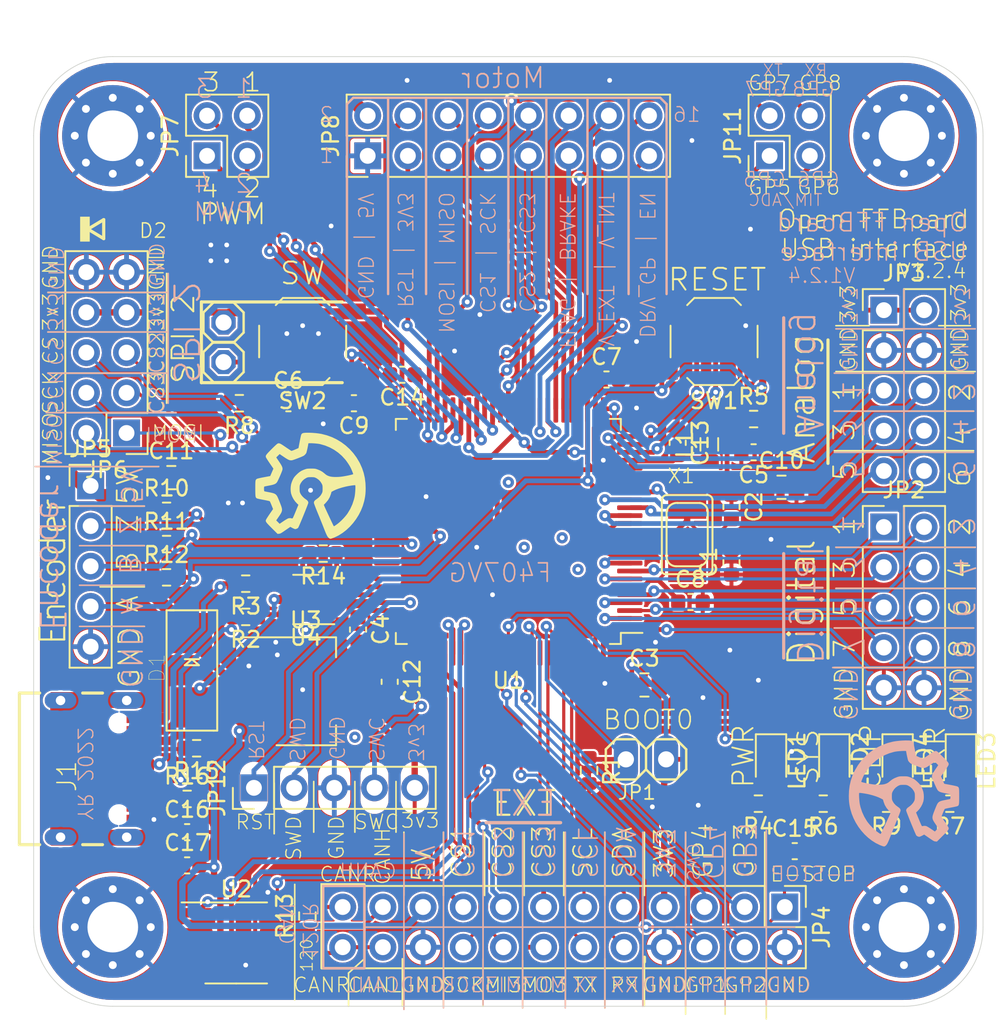
<source format=kicad_pcb>
(kicad_pcb (version 20211014) (generator pcbnew)
  (title_block (title "OpenFFBoard main") (date "2022-12-29") (rev "1.2.4"))
  (layers (0 "F.Cu" signal) (31 "B.Cu" signal) (34 "B.Paste" user) (35 "F.Paste" user) (36 "B.SilkS" user "B.Silkscreen") (37 "F.SilkS" user "F.Silkscreen") (38 "B.Mask" user) (39 "F.Mask" user) (44 "Edge.Cuts" user))
  (net 0 "")
  (net 1 "/OSC+")
  (net 2 "/OSC-")
  (net 3 "GND")
  (net 4 "+3.3V")
  (net 5 "/NRST")
  (net 6 "/BUTTON_A")
  (net 7 "+3.3VA")
  (net 8 "/E_STOP")
  (net 9 "/USB_SHIELD")
  (net 10 "/USB_VBUS_IN")
  (net 11 "Net-(J1-PadA5)")
  (net 12 "+5V")
  (net 13 "/USB_D+_IN")
  (net 14 "/USB_D-_IN")
  (net 16 "Net-(J1-PadB5)")
  (net 18 "/BOOT0")
  (net 19 "/DIN0")
  (net 20 "/DIN1")
  (net 21 "/DIN2")
  (net 22 "/DIN3")
  (net 23 "/DIN4")
  (net 24 "/DIN5")
  (net 25 "/DIN6")
  (net 26 "/DIN7")
  (net 27 "/AIN0")
  (net 28 "/AIN1")
  (net 29 "/AIN2")
  (net 30 "/AIN3")
  (net 31 "/AIN4")
  (net 32 "/AIN5")
  (net 33 "/GPIO3")
  (net 34 "/GPIO2")
  (net 35 "/SWO")
  (net 36 "/GPIO1")
  (net 37 "/I2C_SDA")
  (net 38 "/UART1_RX")
  (net 39 "/I2C_SCL")
  (net 40 "/UART1_TX")
  (net 41 "/SPI3_CS3")
  (net 42 "/SPI3_MOSI")
  (net 43 "/SPI3_CS2")
  (net 44 "/SPI3_MISO")
  (net 45 "/SPI3_CS1")
  (net 46 "/SPI3_SCK")
  (net 47 "/CANH")
  (net 48 "/CANL")
  (net 49 "/CAN_RES")
  (net 50 "/ENC_Z")
  (net 51 "/ENC_B")
  (net 52 "/ENC_A")
  (net 53 "/SPI2_MOSI")
  (net 54 "/SPI2_MISO")
  (net 55 "/SPI2_SS3")
  (net 56 "/SPI2_SCK")
  (net 57 "/SPI2_SS2")
  (net 58 "/SPI2_SS")
  (net 59 "/PWM4")
  (net 60 "/PWM3")
  (net 61 "/PWM2")
  (net 62 "/PWM1")
  (net 63 "/SPI1_MOSI")
  (net 64 "/SPI1_MISO")
  (net 65 "/SPI1_SS1")
  (net 66 "/SPI1_SCK")
  (net 67 "/SPI1_SS2")
  (net 68 "/SPI1_SS3")
  (net 69 "/DRV_FLAG")
  (net 70 "/BRAKE_CTRL")
  (net 71 "/V_EXT")
  (net 72 "/V_INT")
  (net 73 "/GPIO_DRV")
  (net 74 "/DRV_ENABLE")
  (net 75 "/GPIO5")
  (net 76 "/GPIO7")
  (net 77 "/GPIO6")
  (net 78 "/GPIO8")
  (net 79 "/SWDIO")
  (net 80 "/SWCLK")
  (net 81 "Net-(R4-Pad1)")
  (net 82 "Net-(R6-Pad1)")
  (net 83 "Net-(R7-Pad1)")
  (net 84 "Net-(R9-Pad1)")
  (net 85 "Net-(R2-Pad1)")
  (net 86 "Net-(R3-Pad1)")
  (net 87 "/LED1")
  (net 88 "/LED2")
  (net 89 "/LED3")
  (net 90 "/USB_VBUS")
  (net 101 "/USB_D-")
  (net 102 "/USB_D+")
  (net 103 "/CAN_RX")
  (net 104 "/CAN_TX")
  (net 105 "/CAN_S")
  (net 106 "Net-(C4-Pad1)")
  (net 107 "Net-(U1-Pad49)")
  (footprint "Capacitor_SMD:C_0603_1608Metric" (layer "F.Cu") (at 162.6011 106.9536 90)
    (fp_text reference "C1")
    (fp_text value "15pF")
  )
  (footprint "Capacitor_SMD:C_0805_2012Metric" (layer "F.Cu") (at 127.2011 101.6036)
    (fp_text reference "C11")
    (fp_text value "4.7µF")
  )
  (footprint "Resistor_SMD:R_0603_1608Metric" (layer "F.Cu") (at 164.0011 97.9036)
    (fp_text reference "R5")
    (fp_text value "10kR")
  )
  (footprint "Capacitor_SMD:C_0603_1608Metric" (layer "F.Cu") (at 139.0011 111.2036 -90)
    (fp_text reference "C4")
    (fp_text value "2.2µF")
  )
  (footprint "stm_board_f407_1.2.4:NX5032" (layer "F.Cu") (at 159.8011 105.2036 90)
    (fp_text reference "X1")
    (fp_text value "8MHz")
  )
  (footprint "Resistor_SMD:R_0603_1608Metric" (layer "F.Cu") (at 126.9011 107.9036)
    (fp_text reference "R12")
    (fp_text value "5.1kR")
  )
  (footprint "Connector_PinHeader_2.54mm:PinHeader_2x02_P2.54mm_Vertical" (layer "F.Cu") (at 165.0111 81.2736 90)
    (fp_text reference "JP11")
    (fp_text value "PINHD-2X2")
  )
  (footprint "stm_board_f407_1.2.4:1X01" (layer "F.Cu") (at 130.5011 94.3036)
    (fp_text reference "JP14" hide)
    (fp_text value "PINHD-1X1")
  )
  (footprint "Resistor_SMD:R_0603_1608Metric" (layer "F.Cu") (at 126.9011 105.8036)
    (fp_text reference "R11")
    (fp_text value "5.1kR")
  )
  (footprint "Resistor_SMD:R_0603_1608Metric" (layer "F.Cu") (at 172.4011 122.2036 180)
    (fp_text reference "R9")
    (fp_text value "330R")
  )
  (footprint "Capacitor_SMD:C_0603_1608Metric" (layer "F.Cu") (at 164.0011 100.0036 180)
    (fp_text reference "C5")
    (fp_text value "100nF")
  )
  (footprint "Connector_PinHeader_2.54mm:PinHeader_2x02_P2.54mm_Vertical" (layer "F.Cu") (at 129.4619 81.2736 90)
    (fp_text reference "JP7")
    (fp_text value "PINHD-2X2")
  )
  (footprint "LOGO" (layer "F.Cu") (at 136 102.108)
    (fp_text reference "G***" hide)
    (fp_text value "LOGO" hide)
  )
  (footprint "Resistor_SMD:R_0603_1608Metric" (layer "F.Cu") (at 131.5011 96.9036 180)
    (fp_text reference "R8")
    (fp_text value "10kR")
  )
  (footprint "MountingHole:MountingHole_3.2mm_M3_Pad_Via" (layer "F.Cu") (at 123.5011 80.0036)
    (fp_text reference "H4" hide)
    (fp_text value "MountingHole_M3")
  )
  (footprint "Connector_PinHeader_2.54mm:PinHeader_1x05_P2.54mm_Vertical" (layer "F.Cu") (at 132.4211 121.2036 90)
    (fp_text reference "JP12")
    (fp_text value "PINHD-1X5")
  )
  (footprint "stm_board_f407_1.2.4:SMADIODE" (layer "F.Cu") (at 128.5011 113.7736 -90)
    (fp_text reference "D1")
    (fp_text value "LV HC low drop")
  )
  (footprint "Capacitor_SMD:C_0603_1608Metric" (layer "F.Cu") (at 154.7011 95.4036)
    (fp_text reference "C7")
    (fp_text value "100nF")
  )
  (footprint "Capacitor_SMD:C_0603_1608Metric" (layer "F.Cu") (at 160.0111 109.4636)
    (fp_text reference "C8")
    (fp_text value "100nF")
  )
  (footprint "Resistor_SMD:R_0603_1608Metric" (layer "F.Cu") (at 128.8011 118.7036 180)
    (fp_text reference "R15")
    (fp_text value "5.1kR")
  )
  (footprint "stm_board_f407_1.2.4:GCT_USB4105-GF-A" (layer "F.Cu") (at 120.2011 120.0036 -90)
    (fp_text reference "J1")
    (fp_text value "USB4105-GF-A")
  )
  (footprint "Button_Switch_SMD:SW_SPST_TL3342" (layer "F.Cu") (at 135.5011 93.0036 180)
    (fp_text reference "SW2")
    (fp_text value "TL3342F160QG")
  )
  (footprint "Capacitor_SMD:C_0603_1608Metric" (layer "F.Cu") (at 166.6011 125.2036)
    (fp_text reference "C15")
    (fp_text value "100nF")
  )
  (footprint "Capacitor_SMD:C_0603_1608Metric" (layer "F.Cu") (at 162.6011 103.4536 -90)
    (fp_text reference "C2")
    (fp_text value "15pF")
  )
  (footprint "LED_SMD:LED_0805_2012Metric" (layer "F.Cu") (at 177.1011 119.5036 -90)
    (fp_text reference "LED3")
    (fp_text value "red")
  )
  (footprint "LED_SMD:LED_0805_2012Metric" (layer "F.Cu") (at 165.1011 119.5036 -90)
    (fp_text reference "LED1")
    (fp_text value "green")
  )
  (footprint "Connector_PinHeader_2.54mm:PinHeader_1x05_P2.54mm_Vertical" (layer "F.Cu") (at 122.1011 102.1236)
    (fp_text reference "JP5")
    (fp_text value "Encoder")
  )
  (footprint "MountingHole:MountingHole_3.2mm_M3_Pad_Via" (layer "F.Cu") (at 123.5011 130.0036)
    (fp_text reference "H2" hide)
    (fp_text value "MountingHole_M3")
  )
  (footprint "Inductor_SMD:L_0805_2012Metric" (layer "F.Cu") (at 161.2011 99.5036 90)
    (fp_text reference "L1")
    (fp_text value "GZ2012D601TF")
  )
  (footprint "Resistor_SMD:R_0603_1608Metric" (layer "F.Cu") (at 176.4011 122.2036 180)
    (fp_text reference "R7")
    (fp_text value "330R")
  )
  (footprint "stm_board_f407_1.2.4:SOD80C" (layer "F.Cu") (at 122.3011 85.9036)
    (fp_text reference "D2")
    (fp_text value "ZENER-DIODESOD80C")
  )
  (footprint "LED_SMD:LED_0805_2012Metric" (layer "F.Cu") (at 169.1011 119.5036 -90)
    (fp_text reference "LED2")
    (fp_text value "blue")
  )
  (footprint "Button_Switch_SMD:SW_SPST_TL3342" (layer "F.Cu") (at 161.5011 93.0036 180)
    (fp_text reference "SW1")
    (fp_text value "TL3342F160QG")
  )
  (footprint "Capacitor_SMD:C_0603_1608Metric" (layer "F.Cu") (at 141.8011 95.1036 180)
    (fp_text reference "C14")
    (fp_text value "2.2µF")
  )
  (footprint "Resistor_SMD:R_0603_1608Metric" (layer "F.Cu") (at 131.9011 108.3036 180)
    (fp_text reference "R3")
    (fp_text value "22R")
  )
  (footprint "stm_board_f407_1.2.4:1X02" (layer "F.Cu") (at 157.2011 119.4036 180)
    (fp_text reference "JP1")
    (fp_text value "Boot")
  )
  (footprint "Resistor_SMD:R_0603_1608Metric" (layer "F.Cu") (at 126.9011 103.7036)
    (fp_text reference "R10")
    (fp_text value "5.1kR")
  )
  (footprint "MountingHole:MountingHole_3.2mm_M3_Pad_Via" (layer "F.Cu") (at 173.5011 80.0036)
    (fp_text reference "H3" hide)
    (fp_text value "MountingHole_M3")
  )
  (footprint "Resistor_SMD:R_0603_1608Metric" (layer "F.Cu") (at 168.4011 122.2036 180)
    (fp_text reference "R6")
    (fp_text value "330R")
  )
  (footprint "Package_TO_SOT_SMD:SOT-23-6" (layer "F.Cu") (at 135.7011 109.3036 180)
    (fp_text reference "U4")
    (fp_text value "USBLC6-2SC6")
  )
  (footprint "Connector_PinHeader_2.54mm:PinHeader_2x05_P2.54mm_Vertical" (layer "F.Cu") (at 124.3711 98.7836 180)
    (fp_text reference "JP6")
    (fp_text value "SPI")
  )
  (footprint "LED_SMD:LED_0805_2012Metric" (layer "F.Cu") (at 173.1011 119.5036 -90)
    (fp_text reference "LED4")
    (fp_text value "yellow")
  )
  (footprint "Capacitor_SMD:C_0603_1608Metric" (layer "F.Cu") (at 159.2011 99.4036 -90)
    (fp_text reference "C13")
    (fp_text value "100nF")
  )
  (footprint "Connector_PinHeader_2.54mm:PinHeader_2x12_P2.54mm_Vertical" (layer "F.Cu") (at 165.9711 128.7336 -90)
    (fp_text reference "JP4")
    (fp_text value "EXT")
  )
  (footprint "Resistor_SMD:R_0603_1608Metric" (layer "F.Cu") (at 153.6011 120.1036 -90)
    (fp_text reference "R1")
    (fp_text value "10kR")
  )
  (footprint "stm_board_f407_1.2.4:1X01" (layer "F.Cu") (at 130.5011 91.8036)
    (fp_text reference "JP13" hide)
    (fp_text value "PINHD-1X1")
  )
  (footprint "Package_QFP:LQFP-100_14x14mm_P0.5mm" (layer "F.Cu") (at 148.5011 105.0036 180)
    (fp_text reference "U1")
    (fp_text value "STM32F407VGT6")
  )
  (footprint "Capacitor_SMD:C_0603_1608Metric" (layer "F.Cu") (at 138.7411 96.9036 180)
    (fp_text reference "C9")
    (fp_text value "100nF")
  )
  (footprint "Connector_PinHeader_2.54mm:PinHeader_2x05_P2.54mm_Vertical" (layer "F.Cu") (at 172.2311 104.7236)
    (fp_text reference "JP2")
    (fp_text value "Buttons")
  )
  (footprint "Capacitor_SMD:C_0603_1608Metric" (layer "F.Cu") (at 128.2011 126.1036)
    (fp_text reference "C17")
    (fp_text value "100nF")
  )
  (footprint "Connector_PinHeader_2.54mm:PinHeader_2x05_P2.54mm_Vertical" (layer "F.Cu") (at 172.2311 91.0236)
    (fp_text reference "JP3")
    (fp_text value "Analog")
  )
  (footprint "Capacitor_SMD:C_0603_1608Metric" (layer "F.Cu") (at 141.0011 114.5036 -90)
    (fp_text reference "C12")
    (fp_text value "100nF")
  )
  (footprint "MountingHole:MountingHole_3.2mm_M3_Pad_Via" (layer "F.Cu") (at 173.5011 130.0036)
    (fp_text reference "H1" hide)
    (fp_text value "MountingHole_M3")
  )
  (footprint "Package_TO_SOT_SMD:SOT-223-3_TabPin2" (layer "F.Cu") (at 135.7011 115.1036)
    (fp_text reference "U3")
    (fp_text value "LM1117-3.3")
  )
  (footprint "Capacitor_SMD:C_0805_2012Metric" (layer "F.Cu") (at 165.7611 102.2136)
    (fp_text reference "C10")
    (fp_text value "4.7µF")
  )
  (footprint "Resistor_SMD:R_0603_1608Metric" (layer "F.Cu") (at 136.8011 106.4036 180)
    (fp_text reference "R14")
    (fp_text value "10kR")
  )
  (footprint "Capacitor_SMD:C_0603_1608Metric" (layer "F.Cu") (at 128.2011 124.0036)
    (fp_text reference "C16")
    (fp_text value "100nF")
  )
  (footprint "Resistor_SMD:R_0603_1608Metric" (layer "F.Cu") (at 164.3011 122.2036 180)
    (fp_text reference "R4")
    (fp_text value "1kR")
  )
  (footprint "Resistor_SMD:R_0603_1608Metric" (layer "F.Cu") (at 128.2011 121.9036)
    (fp_text reference "R16")
    (fp_text value "5.1kR")
  )
  (footprint "Resistor_SMD:R_0603_1608Metric" (layer "F.Cu") (at 135.8011 129.3036 90)
    (fp_text reference "R13")
    (fp_text value "120R")
  )
  (footprint "Package_SO:SOIC-8_3.9x4.9mm_P1.27mm" (layer "F.Cu") (at 131.3011 131.0036)
    (fp_text reference "U2")
    (fp_text value "TJA1051T-3")
  )
  (footprint "Resistor_SMD:R_0603_1608Metric" (layer "F.Cu") (at 131.9011 110.4036 180)
    (fp_text reference "R2")
    (fp_text value "22R")
  )
  (footprint "Capacitor_SMD:C_0805_2012Metric" (layer "F.Cu") (at 157.1011 114.7036)
    (fp_text reference "C3")
    (fp_text value "4.7µF")
  )
  (footprint "Connector_PinHeader_2.54mm:PinHeader_2x08_P2.54mm_Vertical" (layer "F.Cu") (at 139.611099 81.2736 90)
    (fp_text reference "JP8")
    (fp_text value "Conn_02x08_Odd_Even")
  )
  (footprint "Capacitor_SMD:C_0603_1608Metric" (layer "F.Cu") (at 134.6011 96.9036)
    (fp_text reference "C6")
    (fp_text value "100nF")
  )
  (footprint "LOGO" (layer "B.Cu") (at 173.5 121.55 180)
    (fp_text reference "G***" hide)
    (fp_text value "LOGO" hide)
  )
  (gr_line (start 157.0011 135.0036) (end 157.0011 124.0036) (layer "B.SilkS") (width 0.1016))
  (gr_line (start 120.7011 89.9036) (end 119.4011 89.9036) (layer "B.SilkS") (width 0.1))
  (gr_line (start 121.4011 111.0036) (end 125.5011 111.0036) (layer "B.SilkS") (width 0.1))
  (gr_line (start 177.9011 97.4036) (end 169.1011 97.4036) (layer "B.SilkS") (width 0.1016))
  (gr_line (start 148.5011 77.6036) (end 148.5011 90.0036) (layer "B.SilkS") (width 0.1524))
  (gr_line (start 143.3011 77.6036) (end 143.3011 90.0036) (layer "B.SilkS") (width 0.1524))
  (gr_line (start 121.4011 105.9036) (end 125.5011 105.9036) (layer "B.SilkS") (width 0.1))
  (gr_line (start 165.9011 98.8036) (end 165.9011 91.5036) (layer "B.SilkS") (width 0.2))
  (gr_line (start 149.4011 135.1036) (end 149.4011 124.0036) (layer "B.SilkS") (width 0.1016))
  (gr_line (start 120.6011 97.5036) (end 119.3011 97.5036) (layer "B.SilkS") (width 0.1))
  (gr_line (start 173.5011 116.1036) (end 173.5011 103.5036) (layer "B.SilkS") (width 0.1016))
  (gr_line (start 120.7011 92.4036) (end 119.4011 92.4036) (layer "B.SilkS") (width 0.1))
  (gr_line (start 127.0011 88.7036) (end 127.0011 95.6036) (layer "B.SilkS") (width 0.1016))
  (gr_line (start 121.4011 103.4036) (end 125.5011 103.4036) (layer "B.SilkS") (width 0.1))
  (gr_line (start 152.1011 130.0036) (end 159.6011 130.0036) (layer "B.SilkS") (width 0.1016))
  (gr_line (start 139.4011 130.0036) (end 152.1011 130.0036) (layer "B.SilkS") (width 0.1016))
  (gr_line (start 178.0011 108.6036) (end 169.2011 108.6036) (layer "B.SilkS") (width 0.1016))
  (gr_line (start 150.9011 77.6036) (end 148.5011 77.6036) (layer "B.SilkS") (width 0.1524))
  (gr_line (start 126.4011 100.9036) (end 118.6011 100.9036) (layer "B.SilkS") (width 0.1))
  (gr_line (start 122.7011 100.9036) (end 121.4011 100.9036) (layer "B.SilkS") (width 0.1))
  (gr_line (start 145.9011 77.6036) (end 143.3011 77.6036) (layer "B.SilkS") (width 0.1524))
  (gr_line (start 150.9011 77.6036) (end 150.9011 90.0036) (layer "B.SilkS") (width 0.1524))
  (gr_line (start 173.5011 102.4036) (end 173.5011 89.7036) (layer "B.SilkS") (width 0.1016))
  (gr_line (start 121.4011 108.4036) (end 125.5011 108.4036) (layer "B.SilkS") (width 0.1))
  (gr_line (start 156.1011 77.6036) (end 153.5011 77.6036) (layer "B.SilkS") (width 0.1524))
  (gr_line (start 141.9011 135.2036) (end 141.9011 124.1036) (layer "B.SilkS") (width 0.1016))
  (gr_line (start 156.1011 77.6036) (end 156.1011 90.0036) (layer "B.SilkS") (width 0.1524))
  (gr_line (start 145.9011 77.6036) (end 145.9011 90.0036) (layer "B.SilkS") (width 0.1524))
  (gr_line (start 159.1011 130.0036) (end 166.6011 130.0036) (layer "B.SilkS") (width 0.1016))
  (gr_line (start 177.9011 95.0036) (end 169.1011 95.0036) (layer "B.SilkS") (width 0.1016))
  (gr_line (start 158.1011 77.6036) (end 158.5011 78.0036) (layer "B.SilkS") (width 0.1524))
  (gr_line (start 140.9011 77.6036) (end 140.9011 90.0036) (layer "B.SilkS") (width 0.1524))
  (gr_line (start 127.0011 95.6036) (end 127.0011 96.9036) (layer "B.SilkS") (width 0.1))
  (gr_line (start 159.7011 135.0036) (end 159.7011 124.0036) (layer "B.SilkS") (width 0.1016))
  (gr_line (start 165.9011 113.0036) (end 165.9011 106.4036) (layer "B.SilkS") (width 0.2))
  (gr_line (start 156.1011 77.6036) (end 158.1011 77.6036) (layer "B.SilkS") (width 0.1524))
  (gr_line (start 154.6011 135.1036) (end 154.6011 124.0036) (layer "B.SilkS") (width 0.1016))
  (gr_line (start 178.0011 92.2036) (end 169.2011 92.2036) (layer "B.SilkS") (width 0.1016))
  (gr_line (start 138.7011 77.6036) (end 138.3011 78.0036) (layer "B.SilkS") (width 0.1524))
  (gr_line (start 169.0011 113.6036) (end 177.9011 113.6036) (layer "B.SilkS") (width 0.1016))
  (gr_line (start 164.8011 134.9036) (end 164.8011 123.9036) (layer "B.SilkS") (width 0.1016))
  (gr_line (start 178.0011 106.0036) (end 169.2011 106.0036) (layer "B.SilkS") (width 0.1016))
  (gr_line (start 177.9011 100.0036) (end 169.1011 100.0036) (layer "B.SilkS") (width 0.1016))
  (gr_line (start 177.9011 111.1036) (end 169.1011 111.1036) (layer "B.SilkS") (width 0.1016))
  (gr_line (start 153.5011 77.6036) (end 150.9011 77.6036) (layer "B.SilkS") (width 0.1524))
  (gr_line (start 151.8011 123.4036) (end 147.1011 123.4036) (layer "B.SilkS") (width 0.2))
  (gr_line (start 138.3011 78.0036) (end 138.3011 90.0036) (layer "B.SilkS") (width 0.1524))
  (gr_line (start 140.9011 77.6036) (end 138.7011 77.6036) (layer "B.SilkS") (width 0.1524))
  (gr_line (start 126.9011 92.4036) (end 120.7011 92.4036) (layer "B.SilkS") (width 0.1016))
  (gr_line (start 127.5011 97.5036) (end 120.6011 97.5036) (layer "B.SilkS") (width 0.1016))
  (gr_line (start 162.2011 135.0036) (end 162.2011 124.0036) (layer "B.SilkS") (width 0.1016))
  (gr_line (start 126.9011 89.9036) (end 120.7011 89.9036) (layer "B.SilkS") (width 0.1016))
  (gr_line (start 158.5011 78.0036) (end 158.5011 90.0036) (layer "B.SilkS") (width 0.1524))
  (gr_rect (start 136.8011 127.4036) (end 139.4011 132.6036) (layer "B.SilkS") (width 0.1524) (fill none))
  (gr_line (start 152.1011 130.0036) (end 152.1011 124.0036) (layer "B.SilkS") (width 0.1016))
  (gr_line (start 126.9011 95.0036) (end 120.7011 95.0036) (layer "B.SilkS") (width 0.1016))
  (gr_line (start 144.4011 135.1036) (end 144.4011 124.0036) (layer "B.SilkS") (width 0.1016))
  (gr_line (start 120.7011 95.0036) (end 119.4011 95.0036) (layer "B.SilkS") (width 0.1))
  (gr_line (start 152.1011 130.0036) (end 152.1011 135.1036) (layer "B.SilkS") (width 0.1016))
  (gr_line (start 153.5011 77.6036) (end 153.5011 90.0036) (layer "B.SilkS") (width 0.1524))
  (gr_line (start 143.3011 77.6036) (end 140.9011 77.6036) (layer "B.SilkS") (width 0.1524))
  (gr_line (start 146.9011 134.9036) (end 146.9011 123.9036) (layer "B.SilkS") (width 0.1016))
  (gr_line (start 148.5011 77.6036) (end 145.9011 77.6036) (layer "B.SilkS") (width 0.1524))
  (gr_rect (start 136.7011 127.3036) (end 139.4011 132.6036) (layer "F.SilkS") (width 0.1524) (fill none))
  (gr_line (start 119.4011 95.0036) (end 126.9011 95.0036) (layer "F.SilkS") (width 0.1016))
  (gr_line (start 119.4011 92.4036) (end 126.9011 92.4036) (layer "F.SilkS") (width 0.1016))
  (gr_line (start 177.9011 97.4036) (end 169.1011 97.4036) (layer "F.SilkS") (width 0.1016))
  (gr_line (start 141.8011 132.0036) (end 141.8011 135.0036) (layer "F.SilkS") (width 0.1016))
  (gr_line (start 164.7011 128.0036) (end 164.7011 124.0036) (layer "F.SilkS") (width 0.1))
  (gr_line (start 154.6011 132.0036) (end 154.6011 135.1036) (layer "F.SilkS") (width 0.1016))
  (gr_line (start 119.3011 97.5036) (end 127.5011 97.5036) (layer "F.SilkS") (width 0.1016))
  (gr_line (start 159.7011 128.0036) (end 159.7011 124.0036) (layer "F.SilkS") (width 0.1))
  (gr_line (start 164.8011 135.8036) (end 164.8011 131.8036) (layer "F.SilkS") (width 0.1))
  (gr_line (start 173.5011 103.5036) (end 173.5011 116.1036) (layer "F.SilkS") (width 0.1016))
  (gr_line (start 138.4011 132.9036) (end 138.4011 135.0036) (layer "F.SilkS") (width 0.1016))
  (gr_line (start 138.0011 95.6036) (end 129.1011 95.6036) (layer "F.SilkS") (width 0.2))
  (gr_line (start 162.2011 128.0036) (end 162.2011 124.0036) (layer "F.SilkS") (width 0.1))
  (gr_line (start 157.1011 128.0036) (end 157.1011 124.0036) (layer "F.SilkS") (width 0.1))
  (gr_line (start 144.4011 128.0036) (end 144.4011 124.0036) (layer "F.SilkS") (width 0.1))
  (gr_line (start 141.9011 128.0036) (end 141.9011 124.0036) (layer "F.SilkS") (width 0.1))
  (gr_line (start 138.8011 120.8036) (end 138.8011 124.0036) (layer "F.SilkS") (width 0.1016))
  (gr_line (start 177.7011 92.0036) (end 175.7011 92.0036) (layer "F.SilkS") (width 0.1))
  (gr_line (start 139.4011 127.3036) (end 139.4011 132.0036) (layer "F.SilkS") (width 0.1016))
  (gr_line (start 147.0011 128.0036) (end 147.0011 124.0036) (layer "F.SilkS") (width 0.1))
  (gr_line (start 159.7011 135.5036) (end 159.7011 131.5036) (layer "F.SilkS") (width 0.1))
  (gr_line (start 154.6011 128.0036) (end 154.6011 124.0036) (layer "F.SilkS") (width 0.1))
  (gr_line (start 118.6011 100.9036) (end 126.4011 100.9036) (layer "F.SilkS") (width 0.1))
  (gr_line (start 152.1011 132.0036) (end 152.1011 135.0036) (layer "F.SilkS") (width 0.1016))
  (gr_line (start 147.1011 123.4036) (end 151.8011 123.4036) (layer "F.SilkS") (width 0.2))
  (gr_line (start 129.1011 90.5036) (end 138.0011 90.5036) (layer "F.SilkS") (width 0.2))
  (gr_line (start 135.0011 134.6036) (end 135.0011 127.3036) (layer "F.SilkS") (width 0.1016))
  (gr_line (start 177.9011 113.6036) (end 169.1011 113.6036) (layer "F.SilkS") (width 0.1016))
  (gr_line (start 122.7011 105.9036) (end 125.5011 105.9036) (layer "F.SilkS") (width 0.1016))
  (gr_line (start 157.1011 131.9036) (end 157.1011 132.2036) (layer "F.SilkS") (width 0.2))
  (gr_line (start 139.4011 132.0036) (end 138.4011 132.9036) (layer "F.SilkS") (width 0.1016))
  (gr_line (start 126.9011 96.9036) (end 126.9011 88.7036) (layer "F.SilkS") (width 0.1016))
  (gr_line (start 168.7011 113.0036) (end 168.7011 106.0036) (layer "F.SilkS") (width 0.2))
  (gr_line (start 168.7011 100.7036) (end 168.7011 92.9036) (layer "F.SilkS") (width 0.2))
  (gr_line (start 133.7011 120.9036) (end 133.7011 124.1036) (layer "F.SilkS") (width 0.1016))
  (gr_line (start 178.0011 94.9036) (end 169.2011 94.9036) (layer "F.SilkS") (width 0.1016))
  (gr_line (start 144.4011 132.0036) (end 144.4011 135.0036) (layer "F.SilkS") (width 0.1016))
  (gr_line (start 129.1011 95.6036) (end 129.1011 90.5036) (layer "F.SilkS") (width 0.2))
  (gr_line (start 149.5011 128.0036) (end 149.5011 124.0036) (layer "F.SilkS") (width 0.1))
  (gr_line (start 171.3011 92.0036) (end 169.2011 92.0036) (layer "F.SilkS") (width 0.1))
  (gr_line (start 178.0011 106.0036) (end 169.2011 106.0036) (layer "F.SilkS") (width 0.1016))
  (gr_line (start 177.9011 111.1036) (end 169.1011 111.1036) (layer "F.SilkS") (width 0.1016))
  (gr_line (start 152.0011 128.0036) (end 152.0011 124.0036) (layer "F.SilkS") (width 0.1))
  (gr_line (start 149.4011 132.1036) (end 149.4011 135.1036) (layer "F.SilkS") (width 0.1016))
  (gr_line (start 122.7011 103.4036) (end 125.5011 103.4036) (layer "F.SilkS") (width 0.1016))
  (gr_line (start 157.1011 132.2036) (end 157.1011 135.0036) (layer "F.SilkS") (width 0.1016))
  (gr_line (start 146.9011 132.0036) (end 146.9011 135.0036) (layer "F.SilkS") (width 0.1016))
  (gr_line (start 162.2011 135.5036) (end 162.2011 131.5036) (layer "F.SilkS") (width 0.1))
  (gr_line (start 177.9011 99.9036) (end 169.1011 99.9036) (layer "F.SilkS") (width 0.1016))
  (gr_line (start 136.2011 120.8036) (end 136.2011 124.0036) (layer "F.SilkS") (width 0.1016))
  (gr_line (start 122.7011 111.0036) (end 125.5011 111.0036) (layer "F.SilkS") (width 0.1016))
  (gr_line (start 141.4011 120.8036) (end 141.4011 124.0036) (layer "F.SilkS") (width 0.1016))
  (gr_line (start 122.7011 108.5036) (end 125.5011 108.5036) (layer "F.SilkS") (width 0.1016))
  (gr_line (start 119.4011 89.9036) (end 126.9011 89.9036) (layer "F.SilkS") (width 0.1016))
  (gr_line (start 178.0011 108.6036) (end 169.2011 108.6036) (layer "F.SilkS") (width 0.1016))
  (gr_arc (start 178.5011 130.0036) (mid 177.036634 133.539134) (end 173.5011 135.0036) (layer "Edge.Cuts") (width 0.05))
  (gr_arc (start 123.5011 135.0036) (mid 119.965566 133.539134) (end 118.5011 130.0036) (layer "Edge.Cuts") (width 0.05))
  (gr_line (start 123.5011 135.0036) (end 173.5011 135.0036) (layer "Edge.Cuts") (width 0.05))
  (gr_arc (start 118.5011 80.0036) (mid 119.965566 76.468066) (end 123.5011 75.0036) (layer "Edge.Cuts") (width 0.05))
  (gr_arc (start 173.5011 75.0036) (mid 177.036634 76.468066) (end 178.5011 80.0036) (layer "Edge.Cuts") (width 0.05))
  (gr_line (start 178.5011 130.0036) (end 178.5011 80.0036) (layer "Edge.Cuts") (width 0.05))
  (gr_line (start 118.5011 80.0036) (end 118.5011 130.0036) (layer "Edge.Cuts") (width 0.05))
  (gr_line (start 173.5011 75.0036) (end 123.5011 75.0036) (layer "Edge.Cuts") (width 0.05))
  (gr_text "B" (at 123.8 107.85 -90) (layer "B.SilkS") (effects (font (size 1.288 1.288) (thickness 0.112)) (justify left bottom mirror)))
  (gr_text "GP6" (at 169.5011 83.3036) (layer "B.SilkS") (effects (font (size 0.92 0.92) (thickness 0.08)) (justify left bottom mirror)))
  (gr_text "GP8" (at 169.2011 77.6036) (layer "B.SilkS") (effects (font (size 0.92 0.92) (thickness 0.08)) (justify left bottom mirror)))
  (gr_text "CANH" (at 141.5011 127.0036) (layer "B.SilkS") (effects (font (size 0.92 0.92) (thickness 0.08)) (justify left bottom mirror)))
  (gr_text "V_EXT | V_INT" (at 155.2011 83.5036 -90) (layer "B.SilkS") (effects (font (size 0.92 0.92) (thickness 0.08)) (justify right top mirror)))
  (gr_text "Encoder" (at 118.75 111.4 -90) (layer "B.SilkS") (effects (font (size 1.564 1.564) (thickness 0.136)) (justify left bottom mirror)))
  (gr_text "7" (at 169.5 113 -90) (layer "B.SilkS") (effects (font (size 1.288 1.288) (thickness 0.112)) (justify left bottom mirror)))
  (gr_text "CANL" (at 141.7 134.2) (layer "B.SilkS") (effects (font (size 0.92 0.92) (thickness 0.08)) (justify left bottom mirror)))
  (gr_text "RST | 3V3" (at 142.5011 83.5036 -90) (layer "B.SilkS") (effects (font (size 0.92 0.92) (thickness 0.08)) (justify right top mirror)))
  (gr_text "PWM" (at 132.5011 85.5036) (layer "B.SilkS") (effects (font (size 1.1684 1.1684) (thickness 0.1016)) (justify left bottom mirror)))
  (gr_text "GND" (at 159.8 134.2) (layer "B.SilkS") (effects (font (size 0.92 0.92) (thickness 0.08)) (justify left bottom mirror)))
  (gr_text "3v3" (at 176.6 92.05 -90) (layer "B.SilkS") (effects (font (size 0.92 0.92) (thickness 0.08)) (justify left bottom mirror)))
  (gr_text "Motor" (at 150.9011 77.1036) (layer "B.SilkS") (effects (font (size 1.288 1.288) (thickness 0.112)) (justify left bottom mirror)))
  (gr_text "3v3" (at 169.5 92.05 -90) (layer "B.SilkS") (effects (font (size 0.92 0.92) (thickness 0.08)) (justify left bottom mirror)))
  (gr_text "MOSI | MISO" (at 145.1011 83.5036 -90) (layer "B.SilkS") (effects (font (size 0.92 0.92) (thickness 0.08)) (justify right top mirror)))
  (gr_text "GP2" (at 164.9 134.2) (layer "B.SilkS") (effects (font (size 0.92 0.92) (thickness 0.08)) (justify left bottom mirror)))
  (gr_text "CS3" (at 125.7 97.65 -90) (layer "B.SilkS") (effects (font (size 0.92 0.92) (thickness 0.08)) (justify left bottom mirror)))
  (gr_text "SWD" (at 134.6011 119.6036 -90) (layer "B.SilkS") (effects (font (size 0.92 0.92) (thickness 0.08)) (justify left bottom mirror)))
  (gr_text "FLAG | BRAKE" (at 152.7511 83.5036 -90) (layer "B.SilkS") (effects (font (size 0.92 0.92) (thickness 0.08)) (justify right top mirror)))
  (gr_text "YR 2022" (at 121.2011 123.3036 -90) (layer "B.SilkS") (effects (font (size 0.92 0.92) (thickness 0.08)) (justify left bottom mirror)))
  (gr_text "GP4" (at 160.7011 127.1036 -90) (layer "B.SilkS") (effects (font (size 1.196 1.196) (thickness 0.104)) (justify left bottom mirror)))
  (gr_text "1" (at 132.4011 77.7036) (layer "B.SilkS") (effects (font (size 1.1684 1.1684) (thickness 0.1016)) (justify left bottom mirror)))
  (gr_text "1" (at 169.5 105.2 -90) (layer "B.SilkS") (effects (font (size 1.288 1.288) (thickness 0.112)) (justify left bottom mirror)))
  (gr_text "GND" (at 144.5 134.2) (layer "B.SilkS") (effects (font (size 0.92 0.92) (thickness 0.08)) (justify left bottom mirror)))
  (gr_text "MO3" (at 152.2 134.2) (layer "B.SilkS") (effects (font (size 0.92 0.92) (thickness 0.08)) (justify left bottom mirror)))
  (gr_text "Digital" (at 166.6011 109.6036 -90) (layer "B.SilkS") (effects (font (size 1.564 1.564) (thickness 0.136)) (justify bottom mirror)))
  (gr_text "SWO" (at 160.6011 127.1036 -90) (layer "B.SilkS") (effects (font (size 0.747776 0.747776) (thickness 0.065024)) (justify left top mirror)))
  (gr_text "GND" (at 119.35 89.85 -90) (layer "B.SilkS") (effects (font (size 0.92 0.92) (thickness 0.08)) (justify left bottom mirror)))
  (gr_text "8" (at 176.5 113.15 -90) (layer "B.SilkS") (effects (font (size 1.288 1.288) (thickness 0.112)) (justify left bottom mirror)))
  (gr_text "Open FFBoard\nUSB interface" (at 177.6011 88.0036) (layer "B.SilkS") (effects (font (size 1.15 1.15) (thickness 0.1)) (justify left bottom mirror)))
  (gr_text "4" (at 176.5 99.15 -90) (layer "B.SilkS") (effects (font (size 1.288 1.288) (thickness 0.112)) (justify left bottom mirror)))
  (gr_text "CS3" (at 150.1011 127.0036 -90) (layer "B.SilkS") (effects (font (size 1.1684 1.1684) (thickness 0.1016)) (justify left bottom mirror)))
  (gr_text "GND" (at 169.3 117.05 -90) (layer "B.SilkS") (effects (font (size 1.104 1.104) (thickness 0.096)) (justify left bottom mirror)))
  (gr_text "DRV_GP | EN" (at 157.8011 83.5036 -90) (layer "B.SilkS") (effects (font (size 0.92 0.92) (thickness 0.08)) (justify right top mirror)))
  (gr_text "3" (at 129.9011 77.7036) (layer "B.SilkS") (effects (font (size 1.1684 1.1684) (thickness 0.1016)) (justify left bottom mirror)))
  (gr_text "2" (at 132.4011 83.7036) (layer "B.SilkS") (effects (font (size 1.1684 1.1684) (thickness 0.1016)) (justify left bottom mirror)))
  (gr_text "GND" (at 176.5 117.1 -90) (layer "B.SilkS") (effects (font (size 1.104 1.104) (thickness 0.096)) (justify left bottom mirror)))
  (gr_text "CS" (at 119.3 94.6 -90) (layer "B.SilkS") (effects (font (size 0.92 0.92) (thickness 0.08)) (justify left bottom mirror)))
  (gr_text "2" (at 176.5 105.35 -90) (layer "B.SilkS") (effects (font (size 1.288 1.288) (thickness 0.112)) (justify left bottom mirror)))
  (gr_text "3v3" (at 119.3 92.4 -90) (layer "B.SilkS") (effects (font (size 0.92 0.92) (thickness 0.08)) (justify left bottom mirror)))
  (gr_text "SWC" (at 139.6011 119.6036 -90) (layer "B.SilkS") (effects (font (size 0.92 0.92) (thickness 0.08)) (justify left bottom mirror)))
  (gr_text "4" (at 129.8011 83.7036) (layer "B.SilkS") (effects (font (size 1.1684 1.1684) (thickness 0.1016)) (justify left bottom mirror)))
  (gr_text "GP3" (at 162.8011 127.0036 -90) (layer "B.SilkS") (effects (font (size 1.196 1.196) (thickness 0.104)) (justify left bottom mirror)))
  (gr_text "Z" (at 123.8 105.3 -90) (layer "B.SilkS") (effects (font (size 1.288 1.288) (thickness 0.112)) (justify left bottom mirror)))
  (gr_text "MISO" (at 120.3 97.5 -90) (layer "B.SilkS") (effects (font (size 0.92 0.92) (thickness 0.08)) (justify right top mirror)))
  (gr_text "GND" (at 167.7 134.2) (layer "B.SilkS") (effects (font (size 0.92 0.92) (thickness 0.08)) (justify left bottom mirror)))
  (gr_text "3V3" (at 157.7011 127.0036 -90) (layer "B.SilkS") (effects (font (size 1.1684 1.1684) (thickness 0.1016)) (justify left bottom mirror)))
  (gr_text "GND" (at 169.5 95.05 -90) (layer "B.SilkS") (effects (font (size 0.92 0.92) (thickness 0.08)) (justify left bottom mirror)))
  (gr_text "6" (at 176.5 101.75 -90) (layer "B.SilkS") (effects (font (size 1.288 1.288) (thickness 0.112)) (justify left bottom mirror)))
  (gr_text "2" (at 137.5011 79.2036) (layer "B.SilkS") (effects (font (size 0.92 0.92) (thickness 0.08)) (justify left bottom mirror)))
  (gr_text "A" (at 123.9 110.35 -90) (layer "B.SilkS") (effects (font (size 1.288 1.288) (thickness 0.112)) (justify left bottom mirror)))
  (gr_text "5V" (at 123.9 103.35 -90) (layer "B.SilkS") (effects (font (size 1.288 1.288) (thickness 0.112)) (justify left bottom mirror)))
  (gr_text "GND" (at 125.7011 89.6036 -90) (layer "B.SilkS") (effects (font (size 0.92 0.92) (thickness 0.08)) (justify left bottom mirror)))
  (gr_text "6" (at 176.5 110.55 -90) (layer "B.SilkS") (effects (font (size 1.288 1.288) (thickness 0.112)) (justify left bottom mirror)))
  (gr_text "5" (at 169.5 110.4 -90) (layer "B.SilkS") (effects (font (size 1.288 1.288) (thickness 0.112)) (justify left bottom mirror)))
  (gr_text "1" (at 169.5 96.75 -90) (layer "B.SilkS") (effects (font (size 1.288 1.288) (thickness 0.112)) (justify left bottom mirror)))
  (gr_text "CS2" (at 125.7 95.1 -90) (layer "B.SilkS") (effects (font (size 0.92 0.92) (thickness 0.08)) (justify left bottom mirror)))
  (gr_text "RST" (at 132.0011 119.5036 -90) (layer "B.SilkS") (effects (font (size 0.92 0.92) (thickness 0.08)) (justify left bottom mirror)))
  (gr_text "1" (at 137.5011 81.8036) (layer "B.SilkS") (effects (font (size 0.92 0.92) (thickness 0.08)) (justify left bottom mirror)))
  (gr_text "SDA" (at 155.2011 127.0036 -90) (layer "B.SilkS") (effects (font (size 1.1684 1.1684) (thickness 0.1016)) (justify left bottom mirror)))
  (gr_text "Analog" (at 166.6011 95.0036 -90) (layer "B.SilkS") (effects (font (size 1.564 1.564) (thickness 0.136)) (justify bottom mirror)))
  (gr_text "MI3" (at 149.4 134.2) (layer "B.SilkS") (effects (font (size 0.92 0.92) (thickness 0.08)) (justify left bottom mirror)))
  (gr_text "3v3" (at 142.1011 119.6036 -90) (layer "B.SilkS") (effects (font (size 0.92 0.92) (thickness 0.08)) (justify left bottom mirror)))
  (gr_text "RX" (at 156.8 134.2) (layer "B.SilkS") (effects (font (size 0.92 0.92) (thickness 0.08)) (justify left bottom mirror)))
  (gr_text "5" (at 169.5 101.75 -90) (layer "B.SilkS") (effects (font (size 1.288 1.288) (thickness 0.112)) (justify left bottom mirror)))
  (gr_text "2" (at 176.5 96.85 -90) (layer "B.SilkS") (effects (font (size 1.288 1.288) (thickness 0.112)) (justify left bottom mirror)))
  (gr_text "GP1" (at 162.3 134.2) (layer "B.SilkS") (effects (font (size 0.92 0.92) (thickness 0.08)) (justify left bottom mirror)))
  (gr_text "E-STOP" (at 165.0011 126.1036) (layer "B.SilkS") (effects (font (size 0.92 0.92) (thickness 0.08)) (justify right top mirror)))
  (gr_text "V1.2.4" (at 166.1011 88.3036) (layer "B.SilkS") (effects (font (size 0.92 0.92) (thickness 0.08)) (justify right top mirror)))
  (gr_text "MOSI" (at 125.5 98.4) (layer "B.SilkS") (effects (font (size 0.92 0.92) (thickness 0.08)) (justify right top mirror)))
  (gr_text "3v3" (at 125.7 92.4 -90) (layer "B.SilkS") (effects (font (size 0.92 0.92) (thickness 0.08)) (justify left bottom mirror)))
  (gr_text "RX" (at 168.7011 76.3036) (layer "B.SilkS") (effects (font (size 0.747776 0.747776) (thickness 0.065024)) (justify left bottom mirror)))
  (gr_text "GND | 5V" (at 140.0011 83.5536 -90) (layer "B.SilkS") (effects (font (size 0.92 0.92) (thickness 0.08)) (justify right top mirror)))
  (gr_text "SCK" (at 119.3 97.6 -90) (layer "B.SilkS") (effects (font (size 0.92 0.92) (thickness 0.08)) (justify left bottom mirror)))
  (gr_text "5V" (at 142.5011 127.0036 -90) (layer "B.SilkS") (effects (font (size 1.1684 1.1684) (thickness 0.1016)) (justify left bottom mirror)))
  (gr_text "TX" (at 165.9011 76.3036) (layer "B.SilkS") (effects (font (size 0.747776 0.747776) (thickness 0.065024)) (justify left bottom mirror)))
  (gr_text "CS1" (at 145.0011 127.0036 -90) (layer "B.SilkS") (effects (font (size 1.1684 1.1684) (thickness 0.1016)) (justify left bottom mirror)))
  (gr_text "120R\nCAN" (at 136.5 128.4 -90) (layer "B.SilkS") (effects (font (size 0.92 0.92) (thickness 0.08)) (justify right top mirror)))
  (gr_text "GP7" (at 166.2011 77.6036) (layer "B.SilkS") (effects (font (size 0.92 0.92) (thickness 0.08)) (justify left bottom mirror)))
  (gr_text "GND" (at 176.5 95.05 -90) (layer "B.SilkS") (effects (font (size 0.92 0.92) (thickness 0.08)) (justify left bottom mirror)))
  (gr_text "SPI 2" (at 127.2 95.75 -90) (layer "B.SilkS") (effects (font (size 1.564 1.564) (thickness 0.136)) (justify left bottom mirror)))
  (gr_text "F407VG" (at 151.3011 108.3036) (layer "B.SilkS") (effects (font (size 1.1684 1.1684) (thickness 0.1016)) (justify left bottom mirror)))
  (gr_text "TX" (at 154.2 134.2) (layer "B.SilkS") (effects (font (size 0.92 0.92) (thickness 0.08)) (justify left bottom mirror)))
  (gr_text "EXT" (at 149.5011 123.1036) (layer "B.SilkS") (effects (font (size 1.564 1.564) (thickness 0.136)) (justify bottom mirror)))
  (gr_text "SCL" (at 152.8011 127.0036 -90) (layer "B.SilkS") (effects (font (size 1.1684 1.1684) (thickness 0.1016)) (justify left bottom mirror)))
  (gr_text "GP5" (at 166.1011 83.3036) (layer "B.SilkS") (effects (font (size 0.92 0.92) (thickness 0.08)) (justify left bottom mirror)))
  (gr_text "CS2" (at 147.5011 127.0036 -90) (layer "B.SilkS") (effects (font (size 1.1684 1.1684) (thickness 0.1016)) (justify left bottom mirror)))
  (gr_text "GND" (at 137.1011 119.5036 -90) (layer "B.SilkS") (effects (font (size 0.92 0.92) (thickness 0.08)) (justify left bottom mirror)))
  (gr_text "CS1 | SCK" (at 147.7011 83.5036 -90) (layer "B.SilkS") (effects (font (size 0.92 0.92) (thickness 0.08)) (justify right top mirror)))
  (gr_text "GND" (at 123.9 115 -90) (layer "B.SilkS") (effects (font (size 1.288 1.288) (thickness 0.112)) (justify left bottom mirror)))
  (gr_text "TIM/ADC" (at 168.4011 84.5036) (layer "B.SilkS") (effects (font (size 0.747776 0.747776) (thickness 0.065024)) (justify left bottom mirror)))
  (gr_text "SCK" (at 147 134.2) (layer "B.SilkS") (effects (font (size 0.92 0.92) (thickness 0.08)) (justify left bottom mirror)))
  (gr_text "3" (at 169.5 107.8 -90) (layer "B.SilkS") (effects (font (size 1.288 1.288) (thickness 0.112)) (justify left bottom mirror)))
  (gr_text "4" (at 176.5 107.95 -90) (layer "B.SilkS") (effects (font (size 1.288 1.288) (thickness 0.112)) (justify left bottom mirror)))
  (gr_text "CS2 | CS3" (at 150.2011 83.5036 -90) (layer "B.SilkS") (effects (font (size 0.92 0.92) (thickness 0.08)) (justify right top mirror)))
  (gr_text "3" (at 169.5 99.15 -90) (layer "B.SilkS") (effects (font (size 1.288 1.288) (thickness 0.112)) (justify left bottom mirror)))
  (gr_text "16" (at 160.7011 79.2036) (layer "B.SilkS") (effects (font (size 0.92 0.92) (thickness 0.08)) (justify left bottom mirror)))
  (gr_text "SYS" (at 168.2011 121.1036 90) (layer "F.SilkS") (effects (font (size 1.288 1.288) (thickness 0.112)) (justify left bottom)))
  (gr_text "MI3" (at 146.95 134.2) (layer "F.SilkS") (effects (font (size 0.92 0.92) (thickness 0.08)) (justify left bottom)))
  (gr_text "6" (at 177.8011 101.6036 90) (layer "F.SilkS") (effects (font (size 1.288 1.288) (thickness 0.112)) (justify bottom)))
  (gr_text "Encoder" (at 118.8011 102.8036 90) (layer "F.SilkS") (effects (font (size 1.564 1.564) (thickness 0.136)) (justify right top)))
  (gr_text "1" (at 131.7011 77.3036) (layer "F.SilkS") (effects (font (size 1.1684 1.1684) (thickness 0.1016)) (justify left bottom)))
  (gr_text "E-STOP" (at 165 127.2) (layer "F.SilkS") (effects (font (size 0.92 0.92) (thickness 0.08)) (justify left bottom)))
  (gr_text "7" (at 170.5 112.4 90) (layer "F.SilkS") (effects (font (size 1.288 1.288) (thickness 0.112)) (justify bottom)))
  (gr_text "3v3" (at 177.5 91.8 90) (layer "F.SilkS") (effects (font (size 0.92 0.92) (thickness 0.08)) (justify left bottom)))
  (gr_text "4" (at 177.8011 99.0036 90) (layer "F.SilkS") (effects (font (size 1.288 1.288) (thickness 0.112)) (justify bottom)))
  (gr_text "GND" (at 141.65 134.2) (layer "F.SilkS") (effects (font (size 0.92 0.92) (thickness 0.08)) (justify left bottom)))
  (gr_text "5" (at 170.5 110.5 90) (layer "F.SilkS") (effects (font (size 1.288 1.288) (thickness 0.112)) (justify left bottom)))
  (gr_text "SPI 2" (at 127.15 89.9 90) (layer "F.SilkS") (effects (font (size 1.38 1.38) (thickness 0.12)) (justify right top)))
  (gr_text "Z" (at 125.2 105.2 90) (layer "F.SilkS") (effects (font (size 1.288 1.288) (thickness 0.112)) (justify left bottom)))
  (gr_text "3V3" (at 159.0011 127.0036 90) (layer "F.SilkS") (effects (font (size 1.1684 1.1684) (thickness 0.1016)) (justify left bottom)))
  (gr_text "MISO" (at 120.1 100.85 90) (layer "F.SilkS") (effects (font (size 0.92 0.92) (thickness 0.08)) (justify left bottom)))
  (gr_text "GP2" (at 162.1 134.2) (layer "F.SilkS") (effects (font (size 0.92 0.92) (thickness 0.08)) (justify left bottom)))
  (gr_text "PWR" (at 164.1 121.3 90) (layer "F.SilkS") (effects (font (size 1.288 1.288) (thickness 0.112)) (justify left bottom)))
  (gr_text "SWD" (at 134.4011 122.9036 90) (layer "F.SilkS") (effects (font (size 0.92 0.92) (thickness 0.08)) (justify right top)))
  (gr_text "CS" (at 120.1011 94.5036 90) (layer "F.SilkS") (effects (font (size 0.92 0.92) (thickness 0.08)) (justify left bottom)))
  (gr_text "RESET" (at 161.7 89.9) (layer "F.SilkS") (effects (font (size 1.38 1.38) (thickness 0.12)) (justify bottom)))
  (gr_text "CS3" (at 151.3011 127.0036 90) (layer "F.SilkS") (effects (font (size 1.1684 1.1684) (thickness 0.1016)) (justify left bottom)))
  (gr_text "CS3" (at 126.8 97.65 90) (layer "F.SilkS") (effects (font (size 0.92 0.92) (thickness 0.08)) (justify left bottom)))
  (gr_text "CS1" (at 146.2011 127.0036 90) (layer "F.SilkS") (effects (font (size 1.1684 1.1684) (thickness 0.1016)) (justify left bottom)))
  (gr_text "GND" (at 125.3 115 90) (layer "F.SilkS") (effects (font (size 1.288 1.288) (thickness 0.112)) (justify left bottom)))
  (gr_text "CANR" (at 134.85 134.2) (layer "F.SilkS") (effects (font (size 0.92 0.92) (thickness 0.08)) (justify left bottom)))
  (gr_text "GND" (at 177.65298 117 90) (layer "F.SilkS") (effects (font (size 1.104 1.104) (thickness 0.096)) (justify left bottom)))
  (gr_text "GP8" (at 166.8011 77.2036) (layer "F.SilkS") (effects (font (size 0.92 0.92) (thickness 0.08)) (justify left bottom)))
  (gr_text "BOOT0" (at 154.4 117.6) (layer "F.SilkS") (effects (font (size 1.196 1.196) (thickness 0.104)) (justify left bottom)))
  (gr_text "Open FFBoard\nUSB interface" (at 177.7011 84.6036) (layer "F.SilkS") (effects (font (size 1.15 1.15) (thickness 0.1)) (justify right top)))
  (gr_text "GP6" (at 166.7011 83.8036) (layer "F.SilkS") (effects (font (size 0.92 0.92) (thickness 0.08)) (justify left bottom)))
  (gr_text "2" (at 177.8011 96.2 90) (layer "F.SilkS") (effects (font (size 1.288 1.288) (thickness 0.112)) (justify bottom)))
  (gr_text "120" (at 136.2 132.9 90) (layer "F.SilkS") (effects (font (size 0.747776 0.747776) (thickness 0.065024)) (justify left bottom)))
  (gr_text "3" (at 170.4771 98.7 90) (layer "F.SilkS") (effects (font (size 1.288 1.288) (thickness 0.112)) (justify bottom)))
  (gr_text "PWM" (at 128.9011 85.7036) (layer "F.SilkS") (effects (font (size 1.288 1.288) (thickness 0.112)) (justify left bottom)))
  (gr_text "CS2" (at 148.8011 127.0036 90) (layer "F.SilkS") (effects (font (size 1.1684 1.1684) (thickness 0.1016)) (justify left bottom)))
  (gr_text "3v3" (at 120.1 92.4 90) (layer "F.SilkS") (effects (font (size 0.92 0.92) (thickness 0.08)) (justify left bottom)))
  (gr_text "SDA" (at 156.4011 127.0036 90) (layer "F.SilkS") (effects (font (size 1.1684 1.1684) (thickness 0.1016)) (justify left bottom)))
  (gr_text "MOSI" (at 125.9011 99.3036) (layer "F.SilkS") (effects (font (size 0.92 0.92) (thickness 0.08)) (justify left bottom)))
  (gr_text "SW" (at 135.5011 89.5036) (layer "F.SilkS") (effects (font (size 1.38 1.38) (thickness 0.12)) (justify bottom)))
  (gr_text "CANH" (at 141.1 127.4 90) (layer "F.SilkS") (effects (font (size 0.92 0.92) (thickness 0.08)) (justify left bottom)))
  (gr_text "SCK" (at 144.25 134.2) (layer "F.SilkS") (effects (font (size 0.92 0.92) (thickness 0.08)) (justify left bottom)))
  (gr_text "8" (at 177.8 112.4 90) (layer "F.SilkS") (effects (font (size 1.288 1.288) (thickness 0.112)) (justify bottom)))
  (gr_text "SCK" (at 120.1 97.65 90) (layer "F.SilkS") (effects (font (size 0.92 0.92) (thickness 0.08)) (justify left bottom)))
  (gr_text "GND" (at 156.95 134.2) (layer "F.SilkS") (effects (font (size 0.92 0.92) (thickness 0.08)) (justify left bottom)))
  (gr_text "CANL" (at 138.3 134.2) (layer "F.SilkS") (effects (font (size 0.92 0.92) (thickness 0.08)) (justify left bottom)))
  (gr_text "GP7" (at 163.6011 77.2036) (layer "F.SilkS") (effects (font (size 0.92 0.92) (thickness 0.08)) (justify left bottom)))
  (gr_text "SWC" (at 138.7 123.9) (layer "F.SilkS") (effects (font (size 0.92 0.92) (thickness 0.08)) (justify left bottom)))
  (gr_text "Analog" (at 168.0011 96.6036 90) (layer "F.SilkS") (effects (font (size 1.656 1.656) (thickness 0.144)) (justify bottom)))
  (gr_text "GP4" (at 161.5011 127.0036 90) (layer "F.SilkS") (effects (font (size 1.196 1.196) (thickness 0.104)) (justify left bottom)))
  (gr_text "3v3" (at 126.8 92.4 90) (layer "F.SilkS") (effects (font (size 0.92 0.92) (thickness 0.08)) (justify left bottom)))
  (gr_text "GND" (at 137.1011 122.9036 90) (layer "F.SilkS") (effects (font (size 0.92 0.92) (thickness 0.08)) (justify right top)))
  (gr_text "GP5" (at 163.6011 83.8036) (layer "F.SilkS") (effects (font (size 0.92 0.92) (thickness 0.08)) (justify left bottom)))
  (gr_text "CANR" (at 136.5011 127.2036) (layer "F.SilkS") (effects (font (size 0.92 0.92) (thickness 0.08)) (justify left bottom)))
  (gr_text "GND" (at 177.5 94.8964 90) (layer "F.SilkS") (effects (font (size 0.92 0.92) (thickness 0.08)) (justify left bottom)))
  (gr_text "CS2" (at 126.8 95.1 90) (layer "F.SilkS") (effects (font (size 0.92 0.92) (thickness 0.08)) (justify left bottom)))
  (gr_text "EXT" (at 149.5011 123.1036) (layer "F.SilkS") (effects (font (size 1.564 1.564) (thickness 0.136)) (justify bottom)))
  (gr_text "B" (at 125.2011 107.6036 90) (layer "F.SilkS") (effects (font (size 1.288 1.288) (thickness 0.112)) (justify left bottom)))
  (gr_text "4" (at 129.0011 84.0036) (layer "F.SilkS") (effects (font (size 1.1684 1.1684) (thickness 0.1016)) (justify left bottom)))
  (gr_text "5V" (at 143.7011 127.2036 90) (layer "F.SilkS") (effects (font (size 1.1684 1.1684) (thickness 0.1016)) (justify left bottom)))
  (gr_text "MO3" (at 149.3 134.2) (layer "F.SilkS") (effects (font (size 0.92 0.92) (thickness 0.08)) (justify left bottom)))
  (gr_text "3v3" (at 141.65 123.8036) (layer "F.SilkS") (effects (font (size 0.92 0.92) (thickness 0.08)) (justify left bottom)))
  (gr_text "GND" (at 126.8 89.85 90) (layer "F.SilkS") (effects (font (size 0.92 0.92) (thickness 0.08)) (justify left bottom)))
  (gr_text "RX" (at 154.9 134.2) (layer "F.SilkS") (effects (font (size 0.92 0.92) (thickness 0.08)) (justify left bottom)))
  (gr_text "1" (at 170.4771 96.2 90) (layer "F.SilkS") (effects (font (size 1.288 1.288) (thickness 0.112)) (justify bottom)))
  (gr_text "GND" (at 170.35298 117 90) (layer "F.SilkS") (effects (font (size 1.104 1.104) (thickness 0.096)) (justify left bottom)))
  (gr_text "2" (at 131.7011 84.0036) (layer "F.SilkS") (effects (font (size 1.1684 1.1684) (thickness 0.1016)) (justify left bottom)))
  (gr_text "A" (at 125.2011 110.2036 90) (layer "F.SilkS") (effects (font (size 1.288 1.288) (thickness 0.112)) (justify left bottom)))
  (gr_text "3" (at 170.5 107.4 90) (layer "F.SilkS") (effects (font (size 1.288 1.288) (thickness 0.112)) (justify bottom)))
  (gr_text "3v3" (at 170.5011 91.9 90) (layer "F.SilkS") (effects (font (size 0.92 0.92) (thickness 0.08)) (justify left bottom)))
  (gr_text "GP3" (at 164.1011 127.0036 90) (layer "F.SilkS") (effects (font (size 1.196 1.196) (thickness 0.104)) (justify left bottom)))
  (gr_text "Digital" (at 168.0011 109.5036 90) (layer "F.SilkS") (effects (font (size 1.656 1.656) (thickness 0.144)) (justify bottom)))
  (gr_text "GND" (at 120.1 89.75 90) (layer "F.SilkS") (effects (font (size 0.92 0.92) (thickness 0.08)) (justify left bottom)))
  (gr_text "4" (at 177.8 107.4 90) (layer "F.SilkS") (effects (font (size 1.288 1.288) (thickness 0.112)) (justify bottom)))
  (gr_text "1" (at 170.5 104.7 90) (layer "F.SilkS") (effects (font (size 1.288 1.288) (thickness 0.112)) (justify bottom)))
  (gr_text "GND" (at 164.75 134.2) (layer "F.SilkS") (effects (font (size 0.92 0.92) (thickness 0.08)) (justify left bottom)))
  (gr_text "RST" (at 131.2011 123.9036) (layer "F.SilkS") (effects (font (size 0.92 0.92) (thickness 0.08)) (justify left bottom)))
  (gr_text "GND" (at 170.5011 94.9 90) (layer "F.SilkS") (effects (font (size 0.92 0.92) (thickness 0.08)) (justify left bottom)))
  (gr_text "6" (at 177.8 109.830667 90) (layer "F.SilkS") (effects (font (size 1.288 1.288) (thickness 0.112)) (justify bottom)))
  (gr_text "2" (at 177.8 104.7 90) (layer "F.SilkS") (effects (font (size 1.288 1.288) (thickness 0.112)) (justify bottom)))
  (gr_text "TX" (at 152.5011 134.2036) (layer "F.SilkS") (effects (font (size 0.92 0.92) (thickness 0.08)) (justify left bottom)))
  (gr_text "5" (at 170.4771 101.2 90) (layer "F.SilkS") (effects (font (size 1.288 1.288) (thickness 0.112)) (justify bottom)))
  (gr_text "GP1" (at 159.6 134.2) (layer "F.SilkS") (effects (font (size 0.92 0.92) (thickness 0.08)) (justify left bottom)))
  (gr_text "3" (at 129.1011 77.3036) (layer "F.SilkS") (effects (font (size 1.1684 1.1684) (thickness 0.1016)) (justify left bottom)))
  (gr_text "V1.2.4" (at 177.5011 88.0036) (layer "F.SilkS") (effects (font (size 0.92 0.92) (thickness 0.08)) (justify right top)))
  (gr_text "CLIP" (at 172.15 121.45 90) (layer "F.SilkS") (effects (font (size 1.288 1.288) (thickness 0.112)) (justify left bottom)))
  (gr_text "5V" (at 125.2011 103.4 90) (layer "F.SilkS") (effects (font (size 1.288 1.288) (thickness 0.112)) (justify left bottom)))
  (gr_text "ERR" (at 176.2011 121.1036 90) (layer "F.SilkS") (effects (font (size 1.288 1.288) (thickness 0.112)) (justify left bottom)))
  (gr_text "SCL" (at 153.9011 127.0036 90) (layer "F.SilkS") (effects (font (size 1.1684 1.1684) (thickness 0.1016)) (justify left bottom)))
  (segment (start 160.4011 105.5036) (end 162.0011 105.5036) (width 0.2) (layer "F.Cu") (net 1))
  (segment (start 162.0011 105.5036) (end 162.6011 106.1036) (width 0.2) (layer "F.Cu") (net 1))
  (segment (start 159.3011 105.6036) (end 159.8011 106.1036) (width 0.3) (layer "F.Cu") (net 1))
  (segment (start 159.2011 105.5036) (end 159.3011 105.6036) (width 0.3) (layer "F.Cu") (net 1))
  (segment (start 159.8011 107.2036) (end 159.8011 106.1036) (width 0.4) (layer "F.Cu") (net 1))
  (segment (start 156.2511 105.5036) (end 159.2011 105.5036) (width 0.3) (layer "F.Cu") (net 1))
  (segment (start 159.8011 106.1036) (end 160.4011 105.5036) (width 0.2) (layer "F.Cu") (net 1))
  (segment (start 156.2511 105.0036) (end 159.1011 105.0036) (width 0.3) (layer "F.Cu") (net 2))
  (segment (start 162.6011 104.3036) (end 162.0011 104.9036) (width 0.2) (layer "F.Cu") (net 2))
  (segment (start 160.4011 104.9036) (end 159.8011 104.3036) (width 0.2) (layer "F.Cu") (net 2))
  (segment (start 160.4011 104.9036) (end 162.0011 104.9036) (width 0.2) (layer "F.Cu") (net 2))
  (segment (start 159.1011 105.0036) (end 159.8011 104.3036) (width 0.3) (layer "F.Cu") (net 2))
  (segment (start 159.8011 103.2036) (end 159.8011 104.3036) (width 0.4) (layer "F.Cu") (net 2))
  (via (at 147.5011 109.0036) (size 0.7064) (drill 0.3) (layers "F.Cu" "B.Cu") (net 3))
  (via (at 131.7011 103.2036) (size 0.7064) (drill 0.3) (layers "F.Cu" "B.Cu") (net 3))
  (via (at 133.3011 127.8036) (size 0.7064) (drill 0.3) (layers "F.Cu" "B.Cu") (net 3))
  (via (at 165.1011 105.5036) (size 0.7064) (drill 0.3) (layers "F.Cu" "B.Cu") (net 3))
  (via (at 166.4011 118.9036) (size 0.7064) (drill 0.3) (layers "F.Cu" "B.Cu") (net 3))
  (via (at 135.5011 92.0036) (size 0.7064) (drill 0.3) (layers "F.Cu" "B.Cu") (net 3))
  (via (at 133.8011 112.0036) (size 0.7064) (drill 0.3) (layers "F.Cu" "B.Cu") (net 3))
  (via (at 137.3011 85.7036) (size 0.7064) (drill 0.3) (layers "F.Cu" "B.Cu") (net 3))
  (via (at 132.1011 113.5036) (size 0.7064) (drill 0.3) (layers "F.Cu" "B.Cu") (net 3))
  (via (at 130.7011 86.9036) (size 0.7064) (drill 0.3) (layers "F.Cu" "B.Cu") (net 3))
  (via (at 157.8011 112.0036) (size 0.7064) (drill 0.3) (layers "F.Cu" "B.Cu") (net 3))
  (via (at 163.8011 85.9036) (size 0.7064) (drill 0.3) (layers "F.Cu" "B.Cu") (net 3))
  (via (at 126.1011 123.2036) (size 0.7064) (drill 0.3) (layers "F.Cu" "B.Cu") (net 3))
  (via (at 163.5011 92.0036) (size 0.7064) (drill 0.3) (layers "F.Cu" "B.Cu") (net 3))
  (via (at 146.5011 106.0036) (size 0.7064) (drill 0.3) (layers "F.Cu" "B.Cu") (net 3))
  (via (at 164.3011 114.4036) (size 0.7064) (drill 0.3) (layers "F.Cu" "B.Cu") (net 3))
  (via (at 143.3011 102.8036) (size 0.7064) (drill 0.3) (layers "F.Cu" "B.Cu") (net 3))
  (via (at 130.7011 87.9036) (size 0.7064) (drill 0.3) (layers "F.Cu" "B.Cu") (net 3))
  (via (at 131.9011 132.4036) (size 0.7064) (drill 0.3) (layers "F.Cu" "B.Cu") (net 3))
  (via (at 154.5011 100.5036) (size 0.7064) (drill 0.3) (layers "F.Cu" "B.Cu") (net 3))
  (via (at 145.1011 93.6036) (size 0.7064) (drill 0.3) (layers "F.Cu" "B.Cu") (net 3))
  (via (at 146.7011 91.3036) (size 0.7064) (drill 0.3) (layers "F.Cu" "B.Cu") (net 3))
  (via (at 136.5011 92.5036) (size 0.7064) (drill 0.3) (layers "F.Cu" "B.Cu") (net 3))
  (via (at 156.6011 93.0036) (size 0.7064) (drill 0.3) (layers "F.Cu" "B.Cu") (net 3))
  (via (at 135.5011 115.0036) (size 0.7064) (drill 0.3) (layers "F.Cu" "B.Cu") (net 3))
  (via (at 134.5011 92.5036) (size 0.7064) (drill 0.3) (layers "F.Cu" "B.Cu") (net 3))
  (via (at 157.6011 122.4036) (size 0.7064) (drill 0.3) (layers "F.Cu" "B.Cu") (net 3))
  (via (at 136.0011 102.4036) (size 0.7064) (drill 0.3) (layers "F.Cu" "B.Cu") (net 3))
  (via (at 160.1011 80.3036) (size 0.7064) (drill 0.3) (layers "F.Cu" "B.Cu") (net 3))
  (via (at 162.5011 112.5036) (size 0.7064) (drill 0.3) (layers "F.Cu" "B.Cu") (net 3))
  (via (at 129.7011 87.9036) (size 0.7064) (drill 0.3) (layers "F.Cu" "B.Cu") (net 3))
  (via (at 156.6011 97.2036) (size 0.7064) (drill 0.3) (layers "F.Cu" "B.Cu") (net 3))
  (via (at 133.9011 112.8036) (size 0.7064) (drill 0.3) (layers "F.Cu" "B.Cu") (net 3))
  (via (at 160.5011 122.3036) (size 0.7064) (drill 0.3) (layers "F.Cu" "B.Cu") (net 3))
  (via (at 141.8011 115.5036) (size 0.7064) (drill 0.3) (layers "F.Cu" "B.Cu") (net 3))
  (via (at 154.9011 76.5036) (size 0.7064) (drill 0.3) (layers "F.Cu" "B.Cu") (net 3))
  (via (at 154.6011 114.6036) (size 0.7064) (drill 0.3) (layers "F.Cu" "B.Cu") (net 3))
  (via (at 160.8011 115.5036) (size 0.7064) (drill 0.3) (layers "F.Cu" "B.Cu") (net 3))
  (via (at 129.7011 86.9036) (size 0.7064) (drill 0.3) (layers "F.Cu" "B.Cu") (net 3))
  (via (at 130.8011 103.2036) (size 0.7064) (drill 0.3) (layers "F.Cu" "B.Cu") (net 3))
  (via (at 119.4011 101.6036) (size 0.7064) (drill 0.3) (layers "F.Cu" "B.Cu") (net 3))
  (via (at 136.8011 98.2036) (size 0.7064) (drill 0.3) (layers "F.Cu" "B.Cu") (net 3))
  (via (at 142.1011 76.5036) (size 0.7064) (drill 0.3) (layers "F.Cu" "B.Cu") (net 3))
  (segment (start 156.2305 102.0242) (end 156.2511 102.0036) (width 0.2) (layer "F.Cu") (net 4))
  (segment (start 139.8501 113.6536) (end 138.8001 114.7036) (width 0.3) (layer "F.Cu") (net 4))
  (segment (start 142.5011 99.5036) (end 142.5011 97.2536) (width 0.3) (layer "F.Cu") (net 4))
  (segment (start 138.6511 91.1036) (end 140.8011 91.1036) (width 0.4) (layer "F.Cu") (net 4))
  (segment (start 130.8711 91.1636) (end 132.2911 91.1636) (width 0.5) (layer "F.Cu") (net 4))
  (segment (start 138.8001 115.1036) (end 138.8001 114.7036) (width 0.3) (layer "F.Cu") (net 4))
  (segment (start 160.6511 119.4036) (end 158.4711 119.4036) (width 0.3) (layer "F.Cu") (net 4))
  (segment (start 153.8511 95.4036) (end 153.5011 95.7536) (width 0.2) (layer "F.Cu") (net 4))
  (segment (start 153.8011 109.2036) (end 153.8011 110.9036) (width 0.3) (layer "F.Cu") (net 4))
  (segment (start 131.1411 91.1636) (end 132.2911 91.1636) (width 0.3) (layer "F.Cu") (net 4))
  (segment (start 159.1611 109.2636) (end 157.971265 108.073765) (width 0.3) (layer "F.Cu") (net 4))
  (segment (start 153.9011 101.1036) (end 154.8217 102.0242) (width 0.3) (layer "F.Cu") (net 4))
  (segment (start 156.3011 113.4036) (end 156.3011 114.5536) (width 0.3) (layer "F.Cu") (net 4))
  (segment (start 147.8511 106.2536) (end 150.8011 109.2036) (width 0.3) (layer "F.Cu") (net 4))
  (segment (start 153.8011 110.9036) (end 154.5011 111.6036) (width 0.3) (layer "F.Cu") (net 4))
  (segment (start 136.3511 96.0036) (end 139.2011 96.0036) (width 0.3) (layer "F.Cu") (net 4))
  (segment (start 154.5011 112.7536) (end 154.5011 113.0536) (width 0.3) (layer "F.Cu") (net 4))
  (segment (start 164.8111 102.2136) (end 164.0011 101.4036) (width 0.3) (layer "F.Cu") (net 4))
  (segment (start 147.8011 101.122887) (end 147.789012 101.1108) (width 0.3) (layer "F.Cu") (net 4))
  (segment (start 140.8011 80.0836) (end 140.8011 91.1036) (width 0.4) (layer "F.Cu") (net 4))
  (segment (start 156.2511 102.0036) (end 157.1011 102.0036) (width 0.3) (layer "F.Cu") (net 4))
  (segment (start 153.5011 97.2536) (end 153.5011 100.7036) (width 0.3) (layer "F.Cu") (net 4))
  (segment (start 141.7781 92.9806) (end 140.8011 92.0036) (width 0.3) (layer "F.Cu") (net 4))
  (segment (start 165.5011 93.0036) (end 163.5011 93.0036) (width 0.3) (layer "F.Cu") (net 4))
  (segment (start 139.5911 96.9036) (end 141.7781 96.9036) (width 0.4) (layer "F.Cu") (net 4))
  (segment (start 162.3241 99.7616) (end 161.2011 98.6386) (width 0.3) (layer "F.Cu") (net 4))
  (segment (start 153.9011 101.1036) (end 147.796212 101.1036) (width 0.3) (layer "F.Cu") (net 4))
  (segment (start 163.5011 93.0036) (end 163.1511 93.3536) (width 0.3) (layer "F.Cu") (net 4))
  (segment (start 150.8011 109.2036) (end 153.8011 109.2036) (width 0.3) (layer "F.Cu") (net 4))
  (segment (start 157.421425 108.1036) (end 157.021425 108.5036) (width 0.3) (layer "F.Cu") (net 4))
  (segment (start 134.3011 125.0036) (end 141.0011 125.0036) (width 0.25) (layer "F.Cu") (net 4))
  (segment (start 139.2011 96.0036) (end 139.5911 96.3936) (width 0.3) (layer "F.Cu") (net 4))
  (segment (start 147.8011 106.3036) (end 147.8511 106.2536) (width 0.3) (layer "F.Cu") (net 4))
  (segment (start 158.4761 119.4086) (end 158.3511 119.5336) (width 0.4) (layer "F.Cu") (net 4))
  (segment (start 130.5011 91.8036) (end 131.1411 91.1636) (width 0.3) (layer "F.Cu") (net 4))
  (segment (start 162.3241 101.2806) (end 162.3241 99.7616) (width 0.3) (layer "F.Cu") (net 4))
  (segment (start 158.4761 119.4086) (end 158.4711 119.4036) (width 0.4) (layer "F.Cu") (net 4))
  (segment (start 159.1611 109.4636) (end 159.1611 109.2636) (width 0.2) (layer "F.Cu") (net 4))
  (segment (start 144.1011 101.1036) (end 142.5011 99.5036) (width 0.3) (layer "F.Cu") (net 4))
  (segment (start 140.8011 113.4536) (end 141.0011 113.6536) (width 0.3) (layer "F.Cu") (net 4))
  (segment (start 142.5811 123.4236) (end 142.5811 121.2036) (width 0.25) (layer "F.Cu") (net 4))
  (segment (start 158.3511 128.7336) (end 158.3511 119.5336) (width 0.4) (layer "F.Cu") (net 4))
  (segment (start 139.5911 96.3936) (end 139.5911 96.9036) (width 0.3) (layer "F.Cu") (net 4))
  (segment (start 132.5011 126.8036) (end 134.3011 125.0036) (width 0.25) (layer "F.Cu") (net 4))
  (segment (start 143.1011 111.0036) (end 147.8011 106.3036) (width 0.3) (layer "F.Cu") (net 4))
  (segment (start 154.5011 113.0536) (end 156.1511 114.7036) (width 0.3) (layer "F.Cu") (net 4))
  (segment (start 124.3711 91.1636) (end 132.2911 91.1636) (width 0.4) (layer "F.Cu") (net 4))
  (segment (start 155.2011 108.7036) (end 154.3011 108.7036) (width 0.3) (layer "F.Cu") (net 4))
  (segment (start 132.5011 132.1036) (end 132.5011 126.8036) (width 0.25) (layer "F.Cu") (net 4))
  (segment (start 133.9511 132.9086) (end 133.3061 132.9086) (width 0.25) (layer "F.Cu") (net 4))
  (segment (start 158.3011 106.5036) (end 158.3011 107.743931) (width 0.2) (layer "F.Cu") (net 4))
  (segment (start 147.789012 101.1108) (end 147.781812 101.1036) (width 0.3) (layer "F.Cu") (net 4))
  (segment (start 142.1511 78.7336) (end 140.8011 80.0836) (width 0.4) (layer "F.Cu") (net 4))
  (segment (start 172.2311 91.0236) (end 167.4811 91.0236) (width 0.3) (layer "F.Cu") (net 4))
  (segment (start 140.8011 111.0036) (end 140.8011 113.4536) (width 0.3) (layer "F.Cu") (net 4))
  (segment (start 157.941431 108.1036) (end 157.421425 108.1036) (width 0.3) (layer "F.Cu") (net 4))
  (segment (start 138.8001 115.1036) (end 138.8001 115.6036) (width 0.4) (layer "F.Cu") (net 4))
  (segment (start 157.1011 102.0036) (end 157.7011 101.4036) (width 0.3) (layer "F.Cu") (net 4))
  (segment (start 154.5011 111.6036) (end 154.5011 112.7536) (width 0.3) (layer "F.Cu") (net 4))
  (segment (start 156.2511 106.0036) (end 157.8011 106.0036) (width 0.2) (layer "F.Cu") (net 4))
  (segment (start 163.1511 98.1386) (end 161.7011 98.1386) (width 0.3) (layer "F.Cu") (net 4))
  (segment (start 147.781812 101.1036) (end 144.1011 101.1036) (width 0.3) (layer "F.Cu") (net 4))
  (segment (start 141.0011 125.0036) (end 142.5811 123.4236) (width 0.25) (layer "F.Cu") (net 4))
  (segment (start 163.1511 98.1386) (end 163.1511 97.9036) (width 0.3) (layer "F.Cu") (net 4))
  (segment (start 154.3011 108.7036) (end 153.8011 109.2036) (width 0.3) (layer "F.Cu") (net 4))
  (segment (start 141.7781 96.9036) (end 141.7781 92.9806) (width 0.3) (layer "F.Cu") (net 4))
  (segment (start 156.3011 114.5536) (end 156.1511 114.7036) (width 0.3) (layer "F.Cu") (net 4))
  (segment (start 140.7511 111.0036) (end 140.798534 111.051034) (width 0.3) (layer "F.Cu") (net 4))
  (segment (start 157.8011 106.0036) (end 158.3011 106.5036) (width 0.2) (layer "F.Cu") (net 4))
  (segment (start 141.7781 96.9036) (end 142.1511 96.9036) (width 0.4) (layer "F.Cu") (net 4))
  (segment (start 167.4811 91.0236) (end 165.5011 93.0036) (width 0.3) (layer "F.Cu") (net 4))
  (segment (start 158.3011 107.743931) (end 157.971265 108.073765) (width 0.2) (layer "F.Cu") (net 4))
  (segment (start 153.5011 100.7036) (end 153.9011 101.1036) (width 0.3) (layer "F.Cu") (net 4))
  (segment (start 135.4511 96.9036) (end 136.3511 96.0036) (width 0.3) (layer "F.Cu") (net 4))
  (segment (start 164.0011 101.4036) (end 162.2011 101.4036) (width 0.3) (layer "F.Cu") (net 4))
  (segment (start 140.8011 92.0036) (end 140.8011 91.1036) (width 0.3) (layer "F.Cu") (net 4))
  (segment (start 153.5011 95.7536) (end 153.5011 97.2536) (width 0.3) (layer "F.Cu") (net 4))
  (segment (start 142.5811 119.3846) (end 138.8001 115.6036) (width 0.4) (layer "F.Cu") (net 4))
  (segment (start 161.2011 98.6386) (end 161.7011 98.1386) (width 0.3) (layer "F.Cu") (net 4))
  (segment (start 163.1511 93.3536) (end 163.1511 97.9036) (width 0.3) (layer "F.Cu") (net 4))
  (segment (start 157.021425 108.5036) (end 156.2511 108.5036) (width 0.3) (layer "F.Cu") (net 4))
  (segment (start 140.7511 111.0036) (end 143.1011 111.0036) (width 0.3) (layer "F.Cu") (net 4))
  (segment (start 174.7711 91.0236) (end 172.2311 91.0236) (width 0.3) (layer "F.Cu") (net 4))
  (segment (start 163.4511 122.2036) (end 160.6511 119.4036) (width 0.3) (layer "F.Cu") (net 4))
  (segment (start 147.796212 101.1036) (end 147.789012 101.1108) (width 0.3) (layer "F.Cu") (net 4))
  (segment (start 142.1511 96.9036) (end 142.5011 97.2536) (width 0.3) (layer "F.Cu") (net 4))
  (segment (start 162.2011 101.4036) (end 162.3241 101.2806) (width 0.3) (layer "F.Cu") (net 4))
  (segment (start 155.4011 108.5036) (end 155.2011 108.7036) (width 0.3) (layer "F.Cu") (net 4))
  (segment (start 142.5811 119.3846) (end 142.5811 121.2036) (width 0.4) (layer "F.Cu") (net 4))
  (segment (start 156.2511 108.5036) (end 155.4011 108.5036) (width 0.3) (layer "F.Cu") (net 4))
  (segment (start 140.7511 111.0036) (end 140.8011 111.0036) (width 0.3) (layer "F.Cu") (net 4))
  (segment (start 132.3511 91.1036) (end 138.6511 91.1036) (width 0.4) (layer "F.Cu") (net 4))
  (segment (start 147.8011 106.3036) (end 147.8011 101.122887) (width 0.3) (layer "F.Cu") (net 4))
  (segment (start 157.7011 101.4036) (end 162.2011 101.4036) (width 0.3) (layer "F.Cu") (net 4))
  (segment (start 139.8501 113.6536) (end 141.0011 113.6536) (width 0.3) (layer "F.Cu") (net 4))
  (segment (start 121.8311 91.1636) (end 124.3711 91.1636) (width 0.4) (layer "F.Cu") (net 4))
  (segment (start 157.971265 108.073765) (end 157.941431 108.1036) (width 0.2) (layer "F.Cu") (net 4))
  (segment (start 132.2911 91.1636) (end 132.3511 91.1036) (width 0.4) (layer "F.Cu") (net 4))
  (segment (start 133.3061 132.9086) (end 132.5011 132.1036) (width 0.25) (layer "F.Cu") (net 4))
  (segment (start 154.8217 102.0242) (end 156.2305 102.0242) (width 0.3) (layer "F.Cu") (net 4))
  (via (at 148.5011 101.9036) (size 0.7064) (drill 0.3) (layers "F.Cu" "B.Cu") (net 4))
  (via (at 149.5011 106.0036) (size 0.7064) (drill 0.3) (layers "F.Cu" "B.Cu") (net 4))
  (via (at 135.7011 111.2036) (size 0.7064) (drill 0.3) (layers "F.Cu" "B.Cu") (net 4))
  (via (at 156.3011 113.4036) (size 0.7064) (drill 0.3) (layers "F.Cu" "B.Cu") (net 4))
  (via (at 138.8011 118.0036) (size 0.7064) (drill 0.3) (layers "F.Cu" "B.Cu") (net 4))
  (segment (start 158.4711 115.5736) (end 156.3011 113.4036) (width 0.3) (layer "B.Cu") (net 4))
  (segment (start 158.4711 119.4036) (end 158.4711 115.5736) (width 0.3) (layer "B.Cu") (net 4))
  (segment (start 164.5011 95.0536) (end 164.5011 95.9036) (width 0.3) (layer "F.Cu") (net 5))
  (segment (start 164.6511 97.7036) (end 164.6511 94.9036) (width 0.3) (layer "F.Cu") (net 5))
  (segment (start 155.0011 104.8036) (end 154.2011 104.8036) (width 0.3) (layer "F.Cu") (net 5))
  (segment (start 164.8511 97.9036) (end 164.6511 97.7036) (width 0.3) (layer "F.Cu") (net 5))
  (segment (start 164.6511 94.9036) (end 164.5011 95.0536) (width 0.3) (layer "F.Cu") (net 5))
  (segment (start 156.2511 104.5036) (end 155.3011 104.5036) (width 0.3) (layer "F.Cu") (net 5))
  (segment (start 153.8209 102.1036) (end 153.8209 104.4234) (width 0.3) (layer "F.Cu") (net 5))
  (segment (start 155.3011 104.5036) (end 155.0011 104.8036) (width 0.3) (layer "F.Cu") (net 5))
  (segment (start 164.8511 97.9036) (end 164.8511 100.0036) (width 0.3) (layer "F.Cu") (net 5))
  (segment (start 158.2011 96.1036) (end 158.2011 95.0536) (width 0.3) (layer "F.Cu") (net 5))
  (segment (start 158.2011 95.0536) (end 158.3511 94.9036) (width 0.2) (layer "F.Cu") (net 5))
  (segment (start 153.5209 101.8036) (end 153.8209 102.1036) (width 0.3) (layer "F.Cu") (net 5))
  (segment (start 154.2011 104.8036) (end 153.8209 104.4234) (width 0.3) (layer "F.Cu") (net 5))
  (segment (start 142.1511 91.9536) (end 142.1011 92.0036) (width 0.3) (layer "F.Cu") (net 5))
  (segment (start 150.1313 100.0036) (end 152.7011 100.0036) (width 0.3) (layer "F.Cu") (net 5))
  (segment (start 149.5011 99.3734) (end 150.1313 100.0036) (width 0.3) (layer "F.Cu") (net 5))
  (segment (start 142.1511 81.2736) (end 142.1511 91.9536) (width 0.3) (layer "F.Cu") (net 5))
  (via (at 164.5011 95.9036) (size 0.7064) (drill 0.3) (layers "F.Cu" "B.Cu") (net 5))
  (via (at 153.5209 101.8036) (size 0.7064) (drill 0.3) (layers "F.Cu" "B.Cu") (net 5))
  (via (at 142.1011 92.0036) (size 0.7064) (drill 0.3) (layers "F.Cu" "B.Cu") (net 5))
  (via (at 149.5011 99.3734) (size 0.7064) (drill 0.3) (layers "F.Cu" "B.Cu") (net 5))
  (via (at 158.2011 96.1036) (size 0.7064) (drill 0.3) (layers "F.Cu" "B.Cu") (net 5))
  (via (at 152.7011 100.0036) (size 0.7064) (drill 0.3) (layers "F.Cu" "B.Cu") (net 5))
  (segment (start 158.1011 96.0036) (end 158.2011 96.1036) (width 0.3) (layer "B.Cu") (net 5))
  (segment (start 140.5011 108.0036) (end 143.4011 108.0036) (width 0.3) (layer "B.Cu") (net 5))
  (segment (start 149.6011 101.8036) (end 153.5209 101.8036) (width 0.3) (layer "B.Cu") (net 5))
  (segment (start 143.4011 108.0036) (end 149.6011 101.8036) (width 0.3) (layer "B.Cu") (net 5))
  (segment (start 163.9011 95.9036) (end 162.6011 94.6036) (width 0.3) (layer "B.Cu") (net 5))
  (segment (start 153.5209 97.1838) (end 153.5209 100.0036) (width 0.3) (layer "B.Cu") (net 5))
  (segment (start 162.6011 94.6036) (end 159.7011 94.6036) (width 0.3) (layer "B.Cu") (net 5))
  (segment (start 153.5209 97.1838) (end 154.7011 96.0036) (width 0.3) (layer "B.Cu") (net 5))
  (segment (start 149.4709 99.3734) (end 142.1011 92.0036) (width 0.3) (layer "B.Cu") (net 5))
  (segment (start 134.6011 113.9036) (end 134.6011 117.9236) (width 0.3) (layer "B.Cu") (net 5))
  (segment (start 164.5011 95.9036) (end 163.9011 95.9036) (width 0.3) (layer "B.Cu") (net 5))
  (segment (start 140.5011 108.0036) (end 134.6011 113.9036) (width 0.3) (layer "B.Cu") (net 5))
  (segment (start 149.5011 99.3734) (end 149.4709 99.3734) (width 0.3) (layer "B.Cu") (net 5))
  (segment (start 158.1011 96.0036) (end 154.7011 96.0036) (width 0.3) (layer "B.Cu") (net 5))
  (segment (start 132.4211 120.1036) (end 132.4211 121.2036) (width 0.3) (layer "B.Cu") (net 5))
  (segment (start 153.5209 100.0036) (end 153.5209 101.8036) (width 0.3) (layer "B.Cu") (net 5))
  (segment (start 134.6011 117.9236) (end 132.4211 120.1036) (width 0.3) (layer "B.Cu") (net 5))
  (segment (start 159.7011 94.6036) (end 158.2011 96.1036) (width 0.3) (layer "B.Cu") (net 5))
  (segment (start 152.7011 100.0036) (end 153.5209 100.0036) (width 0.3) (layer "B.Cu") (net 5))
  (segment (start 138.6011 94.8536) (end 138.6511 94.9036) (width 0.3) (layer "F.Cu") (net 6))
  (segment (start 130.5011 94.3036) (end 131.7511 94.3036) (width 0.3) (layer "F.Cu") (net 6))
  (segment (start 133.7511 96.9036) (end 132.3511 96.9036) (width 0.2) (layer "F.Cu") (net 6))
  (segment (start 144.619531 100.4338) (end 143.4011 99.215368) (width 0.3) (layer "F.Cu") (net 6))
  (segment (start 147.262137 100.4338) (end 144.619531 100.4338) (width 0.3) (layer "F.Cu") (net 6))
  (segment (start 149.0011 97.2536) (end 149.0011 98.694837) (width 0.3) (layer "F.Cu") (net 6))
  (segment (start 149.0011 98.694837) (end 147.262137 100.4338) (width 0.3) (layer "F.Cu") (net 6))
  (segment (start 132.3511 94.9036) (end 132.3511 96.9036) (width 0.3) (layer "F.Cu") (net 6))
  (segment (start 138.6011 93.8036) (end 138.6011 94.8536) (width 0.3) (layer "F.Cu") (net 6))
  (segment (start 131.7511 94.3036) (end 132.3511 94.9036) (width 0.3) (layer "F.Cu") (net 6))
  (segment (start 143.4011 98.9036) (end 143.4011 99.215368) (width 0.3) (layer "F.Cu") (net 6))
  (segment (start 132.3511 94.9036) (end 138.6511 94.9036) (width 0.3) (layer "F.Cu") (net 6))
  (via (at 143.4011 98.9036) (size 0.7064) (drill 0.3) (layers "F.Cu" "B.Cu") (net 6))
  (via (at 138.6011 93.8036) (size 0.7064) (drill 0.3) (layers "F.Cu" "B.Cu") (net 6))
  (segment (start 138.6011 93.8036) (end 139.1011 93.8036) (width 0.3) (layer "B.Cu") (net 6))
  (segment (start 143.4011 98.9036) (end 143.4011 98.1036) (width 0.3) (layer "B.Cu") (net 6))
  (segment (start 143.4011 98.1036) (end 139.1011 93.8036) (width 0.3) (layer "B.Cu") (net 6))
  (segment (start 159.3161 100.3686) (end 159.2011 100.2536) (width 0.3) (layer "F.Cu") (net 7))
  (segment (start 159.3161 100.3686) (end 161.2011 100.3686) (width 0.3) (layer "F.Cu") (net 7))
  (segment (start 156.3011 100.5536) (end 156.2511 100.6036) (width 0.2) (layer "F.Cu") (net 7))
  (segment (start 156.2511 101.0036) (end 156.2511 100.6036) (width 0.3) (layer "F.Cu") (net 7))
  (segment (start 158.9011 100.5536) (end 156.3011 100.5536) (width 0.3) (layer "F.Cu") (net 7))
  (segment (start 159.2011 100.2536) (end 158.9011 100.5536) (width 0.2) (layer "F.Cu") (net 7))
  (segment (start 156.2511 101.0036) (end 156.2511 100.5036) (width 0.2) (layer "F.Cu") (net 7))
  (segment (start 157.2011 130.0036) (end 164.7011 130.0036) (width 0.2) (layer "F.Cu") (net 8))
  (segment (start 165.9511 125.4036) (end 165.9511 128.7336) (width 0.2) (layer "F.Cu") (net 8))
  (segment (start 165.9711 128.7336) (end 165.9511 128.7336) (width 0.2) (layer "F.Cu") (net 8))
  (segment (start 164.7011 130.0036) (end 165.9711 128.7336) (width 0.2) (layer "F.Cu") (net 8))
  (segment (start 165.9511 125.4036) (end 165.7511 125.2036) (width 0.2) (layer "F.Cu") (net 8))
  (segment (start 149.3011 117.2036) (end 149.3011 120.4036) (width 0.2) (layer "F.Cu") (net 8))
  (segment (start 149.3011 117.2036) (end 147.5011 115.4036) (width 0.2) (layer "F.Cu") (net 8))
  (segment (start 147.5011 112.7536) (end 147.5011 115.4036) (width 0.2) (layer "F.Cu") (net 8))
  (via (at 149.3011 120.4036) (size 0.7064) (drill 0.3) (layers "F.Cu" "B.Cu") (net 8))
  (via (at 157.2011 130.0036) (size 0.7064) (drill 0.3) (layers "F.Cu" "B.Cu") (net 8))
  (segment (start 157.0011 129.8036) (end 157.2011 130.0036) (width 0.2) (layer "B.Cu") (net 8))
  (segment (start 157.0011 127.1036) (end 157.0011 129.8036) (width 0.2) (layer "B.Cu") (net 8))
  (segment (start 157.0011 127.1036) (end 150.3011 120.4036) (width 0.2) (layer "B.Cu") (net 8))
  (segment (start 149.3011 120.4036) (end 150.3011 120.4036) (width 0.2) (layer "B.Cu") (net 8))
  (segment (start 127.3511 124.0036) (end 127.0311 124.3236) (width 0.3) (layer "F.Cu") (net 9))
  (segment (start 127.0311 124.3236) (end 124.3811 124.3236) (width 0.3) (layer "F.Cu") (net 9))
  (segment (start 124.7561 122.2036) (end 124.297017 122.2036) (width 0.254) (layer "F.Cu") (net 10))
  (segment (start 124.021167 117.895601) (end 124.205016 117.895601) (width 0.254) (layer "F.Cu") (net 10))
  (segment (start 129.0011 114.9036) (end 129.0011 115.6231) (width 0.3) (layer "F.Cu") (net 10))
  (segment (start 124.9561 122.4036) (end 124.7561 122.2036) (width 0.254) (layer "F.Cu") (net 10))
  (segment (start 124.205016 117.895601) (end 124.497017 117.6036) (width 0.254) (layer "F.Cu") (net 10))
  (segment (start 134.9011 109.3036) (end 133.7011 109.3036) (width 0.3) (layer "F.Cu") (net 10))
  (segment (start 128.4011 116.1231) (end 128.5011 116.1231) (width 0.5) (layer "F.Cu") (net 10))
  (segment (start 123.4011 118.515668) (end 124.021167 117.895601) (width 0.254) (layer "F.Cu") (net 10))
  (segment (start 135.5011 106.8536) (end 135.5011 108.7036) (width 0.3) (layer "F.Cu") (net 10))
  (segment (start 135.5011 106.8536) (end 135.9511 106.4036) (width 0.3) (layer "F.Cu") (net 10))
  (segment (start 124.9561 117.6036) (end 126.9206 117.6036) (width 0.5) (layer "F.Cu") (net 10))
  (segment (start 124.497017 117.6036) (end 124.9561 117.6036) (width 0.254) (layer "F.Cu") (net 10))
  (segment (start 135.5011 108.7036) (end 134.9011 109.3036) (width 0.3) (layer "F.Cu") (net 10))
  (segment (start 128.4011 116.1231) (end 126.9206 117.6036) (width 0.5) (layer "F.Cu") (net 10))
  (segment (start 134.4448 109.3036) (end 133.7011 109.3036) (width 0.4) (layer "F.Cu") (net 10))
  (segment (start 124.297017 122.2036) (end 123.4011 121.307683) (width 0.254) (layer "F.Cu") (net 10))
  (segment (start 123.4011 121.307683) (end 123.4011 118.515668) (width 0.254) (layer "F.Cu") (net 10))
  (segment (start 128.5011 116.1231) (end 129.0011 115.6231) (width 0.3) (layer "F.Cu") (net 10))
  (via (at 133.7011 109.3036) (size 0.7064) (drill 0.3) (layers "F.Cu" "B.Cu") (net 10))
  (via (at 129.0011 114.9036) (size 0.7064) (drill 0.3) (layers "F.Cu" "B.Cu") (net 10))
  (segment (start 129.0011 114.9036) (end 129.109862 114.9036) (width 0.3) (layer "B.Cu") (net 10))
  (segment (start 133.7011 110.312362) (end 129.109862 114.9036) (width 0.3) (layer "B.Cu") (net 10))
  (segment (start 133.7011 110.312362) (end 133.7011 109.3036) (width 0.3) (layer "B.Cu") (net 10))
  (segment (start 127.9011 118.7536) (end 127.9511 118.7036) (width 0.254) (layer "F.Cu") (net 11))
  (segment (start 124.9561 118.7536) (end 127.9011 118.7536) (width 0.254) (layer "F.Cu") (net 11))
  (segment (start 129.9011 126.2036) (end 129.9011 126.1036) (width 0.3) (layer "F.Cu") (net 12))
  (segment (start 126.0511 107.9036) (end 126.5011 107.9036) (width 0.5) (layer "F.Cu") (net 12))
  (segment (start 127.8011 81.9036) (end 125.7011 84.0036) (width 0.8) (layer "F.Cu") (net 12))
  (segment (start 125.0711 102.7236) (end 122.7011 102.7236) (width 0.8) (layer "F.Cu") (net 12))
  (segment (start 130.3011 131.1036) (end 130.3011 127.7036) (width 0.4) (layer "F.Cu") (net 12))
  (segment (start 127.8011 77.7036) (end 127.8011 81.9036) (width 0.8) (layer "F.Cu") (net 12))
  (segment (start 126.5011 107.9036) (end 126.0011 108.4036) (width 0.5) (layer "F.Cu") (net 12))
  (segment (start 129.7661 131.6386) (end 130.3011 131.1036) (width 0.4) (layer "F.Cu") (net 12))
  (segment (start 130.3011 127.7036) (end 129.9011 127.3036) (width 0.4) (layer "F.Cu") (net 12))
  (segment (start 129.0511 126.1036) (end 129.8011 126.1036) (width 0.3) (layer "F.Cu") (net 12))
  (segment (start 126.0011 108.9241) (end 128.5011 111.4241) (width 0.8) (layer "F.Cu") (net 12))
  (segment (start 126.2511 101.6036) (end 126.2511 103.5036) (width 0.5) (layer "F.Cu") (net 12))
  (segment (start 128.6511 131.6386) (end 129.7661 131.6386) (width 0.4) (layer "F.Cu") (net 12))
  (segment (start 128.5111 76.9936) (end 127.8011 77.7036) (width 0.8) (layer "F.Cu") (net 12))
  (segment (start 137.8711 76.9936) (end 139.6111 78.7336) (width 0.8) (layer "F.Cu") (net 12))
  (segment (start 129.9011 127.3036) (end 129.9011 126.2036) (width 0.4) (layer "F.Cu") (net 12))
  (segment (start 125.0711 102.7236) (end 126.0511 103.7036) (width 0.8) (layer "F.Cu") (net 12))
  (segment (start 126.0011 108.4036) (end 126.0011 108.9241) (width 0.8) (layer "F.Cu") (net 12))
  (segment (start 130.5 114.0127) (end 128.5011 112.0138) (width 0.5) (layer "F.Cu") (net 12))
  (segment (start 129.8011 126.1036) (end 129.9011 126.2036) (width 0.3) (layer "F.Cu") (net 12))
  (segment (start 137.8711 76.9936) (end 128.5111 76.9936) (width 0.8) (layer "F.Cu") (net 12))
  (segment (start 126.0511 105.8036) (end 126.0511 107.9036) (width 0.8) (layer "F.Cu") (net 12))
  (segment (start 128.5011 112.0138) (end 128.5011 111.4241) (width 0.5) (layer "F.Cu") (net 12))
  (segment (start 122.1011 102.1236) (end 122.7011 102.7236) (width 0.8) (layer "F.Cu") (net 12))
  (segment (start 126.2511 103.5036) (end 126.0511 103.7036) (width 0.5) (layer "F.Cu") (net 12))
  (segment (start 119.812671 100.315171) (end 121.6211 102.1236) (width 0.8) (layer "F.Cu") (net 12))
  (segment (start 120.6011 85.9036) (end 120.512671 85.992028) (width 0.5) (layer "F.Cu") (net 12))
  (segment (start 120.512671 85.992028) (end 119.812671 85.992028) (width 0.5) (layer "F.Cu") (net 12))
  (segment (start 132.6023 117.415) (end 131.9023 117.415) (width 0.5) (layer "F.Cu") (net 12))
  (segment (start 131.5011 117.6036) (end 131.6897 117.415) (width 0.4) (layer "F.Cu") (net 12))
  (segment (start 131.6897 117.415) (end 132.6023 117.415) (width 0.4) (layer "F.Cu") (net 12))
  (segment (start 126.0511 103.7036) (end 126.0511 105.8036) (width 0.8) (layer "F.Cu") (net 12))
  (segment (start 126.0011 108.4036) (end 125.9611 108.4436) (width 0.5) (layer "F.Cu") (net 12))
  (segment (start 122.1011 102.1236) (end 121.6211 102.1236) (width 0.8) (layer "F.Cu") (net 12))
  (segment (start 130.5 116.0127) (end 130.5 114.0127) (width 0.5) (layer "F.Cu") (net 12))
  (segment (start 121.8011 84.0036) (end 119.812671 85.992028) (width 0.8) (layer "F.Cu") (net 12))
  (segment (start 119.812671 85.992028) (end 119.812671 100.315171) (width 0.8) (layer "F.Cu") (net 12))
  (segment (start 125.7011 84.0036) (end 121.8011 84.0036) (width 0.8) (layer "F.Cu") (net 12))
  (segment (start 131.9023 117.415) (end 130.5 116.0127) (width 0.5) (layer "F.Cu") (net 12))
  (via (at 129.9011 126.2036) (size 0.7064) (drill 0.3) (layers "F.Cu" "B.Cu") (net 12))
  (via (at 131.5011 117.6036) (size 0.7064) (drill 0.3) (layers "F.Cu" "B.Cu") (net 12))
  (via (at 152.9011 107.4036) (size 0.7064) (drill 0.3) (layers "F.Cu" "B.Cu") (net 12))
  (segment (start 128.4201 129.9226) (end 127.9011 129.4036) (width 0.4) (layer "B.Cu") (net 12))
  (segment (start 127.9011 129.4036) (end 127.9011 127.2036) (width 0.4) (layer "B.Cu") (net 12))
  (segment (start 131.5011 118.5036) (end 131.5011 117.6036) (width 0.4) (layer "B.Cu") (net 12))
  (segment (start 143.1111 128.7336) (end 143.1111 128.9226) (width 0.4) (layer "B.Cu") (net 12))
  (segment (start 128.9011 126.2036) (end 129.9011 126.2036) (width 0.4) (layer "B.Cu") (net 12))
  (segment (start 129.9011 126.2036) (end 129.9011 120.1036) (width 0.4) (layer "B.Cu") (net 12))
  (segment (start 142.1111 129.9226) (end 128.4201 129.9226) (width 0.4) (layer "B.Cu") (net 12))
  (segment (start 127.9011 127.2036) (end 128.9011 126.2036) (width 0.4) (layer "B.Cu") (net 12))
  (segment (start 131.5011 118.5036) (end 129.9011 120.1036) (width 0.4) (layer "B.Cu") (net 12))
  (segment (start 143.1111 128.9226) (end 142.1111 129.9226) (width 0.4) (layer "B.Cu") (net 12))
  (segment (start 124.1511 120.7536) (end 124.0011 120.6036) (width 0.254) (layer "F.Cu") (net 13))
  (segment (start 124.9561 120.7536) (end 127.7333 120.7536) (width 0.3) (layer "F.Cu") (net 13))
  (segment (start 124.1511 119.7536) (end 124.9561 119.7536) (width 0.254) (layer "F.Cu") (net 13))
  (segment (start 127.7333 120.7536) (end 127.8011 120.6858) (width 0.3) (layer "F.Cu") (net 13))
  (segment (start 124.0011 119.9036) (end 124.1511 119.7536) (width 0.254) (layer "F.Cu") (net 13))
  (segment (start 131.0011 111.2036) (end 131.0011 110.4036) (width 0.3) (layer "F.Cu") (net 13))
  (segment (start 131.0511 110.4036) (end 131.0011 110.4036) (width 0.3) (layer "F.Cu") (net 13))
  (segment (start 124.0011 120.6036) (end 124.0011 119.9036) (width 0.254) (layer "F.Cu") (net 13))
  (segment (start 124.9561 120.7536) (end 124.1511 120.7536) (width 0.254) (layer "F.Cu") (net 13))
  (via (at 127.8011 120.6858) (size 0.7564) (drill 0.35) (layers "F.Cu" "B.Cu") (net 13))
  (via (at 131.0011 111.2036) (size 0.7064) (drill 0.3) (layers "F.Cu" "B.Cu") (net 13))
  (segment (start 130.5011 111.2036) (end 127.8011 113.9036) (width 0.3) (layer "B.Cu") (net 13))
  (segment (start 131.0011 111.2036) (end 130.5011 111.2036) (width 0.3) (layer "B.Cu") (net 13))
  (segment (start 127.8011 113.9036) (end 127.8011 120.6858) (width 0.3) (layer "B.Cu") (net 13))
  (segment (start 130.492337 108.3036) (end 131.0511 108.3036) (width 0.3) (layer "F.Cu") (net 14))
  (segment (start 125.740312 120.2536) (end 124.9561 120.2536) (width 0.254) (layer "F.Cu") (net 14))
  (segment (start 130.296718 108.499218) (end 130.492337 108.3036) (width 0.3) (layer "F.Cu") (net 14))
  (segment (start 126.4459 119.7036) (end 125.9851 119.7036) (width 0.3) (layer "F.Cu") (net 14))
  (segment (start 125.9851 119.498387) (end 125.740312 119.2536) (width 0.254) (layer "F.Cu") (net 14))
  (segment (start 125.9851 120.008812) (end 125.740312 120.2536) (width 0.254) (layer "F.Cu") (net 14))
  (segment (start 125.9851 119.7036) (end 125.9851 120.008812) (width 0.254) (layer "F.Cu") (net 14))
  (segment (start 125.9851 119.498387) (end 125.9851 119.7036) (width 0.254) (layer "F.Cu") (net 14))
  (segment (start 124.9561 119.2536) (end 125.740312 119.2536) (width 0.254) (layer "F.Cu") (net 14))
  (via (at 126.4459 119.7036) (size 0.7564) (drill 0.35) (layers "F.Cu" "B.Cu") (net 14))
  (via (at 130.296718 108.499218) (size 0.7064) (drill 0.3) (layers "F.Cu" "B.Cu") (net 14))
  (segment (start 129.2313 111.164637) (end 126.8661 113.529837) (width 0.3) (layer "B.Cu") (net 14))
  (segment (start 129.2313 111.164637) (end 129.2313 109.564637) (width 0.3) (layer "B.Cu") (net 14))
  (segment (start 126.8661 113.529837) (end 126.8661 119.2834) (width 0.3) (layer "B.Cu") (net 14))
  (segment (start 129.2313 109.564637) (end 130.296718 108.499218) (width 0.3) (layer "B.Cu") (net 14))
  (segment (start 126.4459 119.7036) (end 126.8661 119.2834) (width 0.3) (layer "B.Cu") (net 14))
  (segment (start 127.3511 121.9036) (end 126.190312 121.9036) (width 0.254) (layer "F.Cu") (net 16))
  (segment (start 126.190312 121.9036) (end 126.040312 121.7536) (width 0.254) (layer "F.Cu") (net 16))
  (segment (start 126.040312 121.7536) (end 124.9561 121.7536) (width 0.254) (layer "F.Cu") (net 16))
  (segment (start 151.5011 111.6036) (end 150.9011 111.0036) (width 0.2) (layer "F.Cu") (net 18))
  (segment (start 151.5011 112.7536) (end 151.5011 111.6036) (width 0.2) (layer "F.Cu") (net 18))
  (segment (start 153.7511 119.4036) (end 153.6011 119.2536) (width 0.3) (layer "F.Cu") (net 18))
  (segment (start 155.9311 119.4036) (end 153.7511 119.4036) (width 0.3) (layer "F.Cu") (net 18))
  (via (at 150.9011 111.0036) (size 0.7064) (drill 0.3) (layers "F.Cu" "B.Cu") (net 18))
  (segment (start 150.9011 111.0036) (end 150.9011 114.3736) (width 0.2) (layer "B.Cu") (net 18))
  (segment (start 150.9011 114.3736) (end 155.9311 119.4036) (width 0.2) (layer "B.Cu") (net 18))
  (segment (start 154.6011 107.0036) (end 156.2511 107.0036) (width 0.3) (layer "F.Cu") (net 19))
  (via (at 154.6011 107.0036) (size 0.7064) (drill 0.3) (layers "F.Cu" "B.Cu") (net 19))
  (segment (start 170.2511 106.7036) (end 154.9011 106.7036) (width 0.2) (layer "B.Cu") (net 19))
  (segment (start 172.2311 104.7236) (end 170.2511 106.7036) (width 0.2) (layer "B.Cu") (net 19))
  (segment (start 154.9011 106.7036) (end 154.6011 107.0036) (width 0.2) (layer "B.Cu") (net 19))
  (segment (start 156.2511 107.5036) (end 157.6209 107.5036) (width 0.3) (layer "F.Cu") (net 20))
  (segment (start 157.6209 107.5036) (end 157.7011 107.4234) (width 0.2) (layer "F.Cu") (net 20))
  (via (at 157.7011 107.4234) (size 0.7064) (drill 0.3) (layers "F.Cu" "B.Cu") (net 20))
  (segment (start 173.3911 106.1036) (end 174.7711 104.7236) (width 0.2) (layer "B.Cu") (net 20))
  (segment (start 157.7011 107.4234) (end 170.1813 107.4234) (width 0.2) (layer "B.Cu") (net 20))
  (segment (start 170.1813 107.4234) (end 171.5011 106.1036) (width 0.2) (layer "B.Cu") (net 20))
  (segment (start 171.5011 106.1036) (end 173.3911 106.1036) (width 0.2) (layer "B.Cu") (net 20))
  (segment (start 154.6011 108.0036) (end 156.2511 108.0036) (width 0.3) (layer "F.Cu") (net 21))
  (via (at 154.6011 108.0036) (size 0.7064) (drill 0.3) (layers "F.Cu" "B.Cu") (net 21))
  (segment (start 171.4911 108.0036) (end 154.6011 108.0036) (width 0.2) (layer "B.Cu") (net 21))
  (segment (start 172.2311 107.2636) (end 171.4911 108.0036) (width 0.2) (layer "B.Cu") (net 21))
  (segment (start 156.2511 109.0036) (end 157.521425 109.0036) (width 0.3) (layer "F.Cu") (net 22))
  (segment (start 157.7011 108.823925) (end 157.521425 109.0036) (width 0.3) (layer "F.Cu") (net 22))
  (segment (start 157.7011 108.823925) (end 157.7011 108.763) (width 0.2) (layer "F.Cu") (net 22))
  (via (at 157.7011 108.763) (size 0.7064) (drill 0.3) (layers "F.Cu" "B.Cu") (net 22))
  (segment (start 173.9711 107.2636) (end 174.7711 107.2636) (width 0.2) (layer "B.Cu") (net 22))
  (segment (start 173.9711 107.2636) (end 172.4717 108.763) (width 0.2) (layer "B.Cu") (net 22))
  (segment (start 157.7011 108.763) (end 172.4717 108.763) (width 0.2) (layer "B.Cu") (net 22))
  (segment (start 154.6011 109.5036) (end 156.2511 109.5036) (width 0.3) (layer "F.Cu") (net 23))
  (via (at 154.6011 109.5036) (size 0.7064) (drill 0.3) (layers "F.Cu" "B.Cu") (net 23))
  (segment (start 172.2311 109.8036) (end 171.7707 109.3432) (width 0.2) (layer "B.Cu") (net 23))
  (segment (start 154.7615 109.3432) (end 154.6011 109.5036) (width 0.2) (layer "B.Cu") (net 23))
  (segment (start 171.7707 109.3432) (end 154.7615 109.3432) (width 0.2) (layer "B.Cu") (net 23))
  (segment (start 156.2511 110.0036) (end 157.7209 110.0036) (width 0.2) (layer "F.Cu") (net 24))
  (segment (start 157.7209 110.0036) (end 157.8011 109.9234) (width 0.2) (layer "F.Cu") (net 24))
  (via (at 157.8011 109.9234) (size 0.7064) (drill 0.3) (layers "F.Cu" "B.Cu") (net 24))
  (segment (start 173.7821 110.7926) (end 174.7711 109.8036) (width 0.2) (layer "B.Cu") (net 24))
  (segment (start 170.952237 109.9234) (end 171.821437 110.7926) (width 0.2) (layer "B.Cu") (net 24))
  (segment (start 157.8011 109.9234) (end 170.952237 109.9234) (width 0.2) (layer "B.Cu") (net 24))
  (segment (start 171.821437 110.7926) (end 173.7821 110.7926) (width 0.2) (layer "B.Cu") (net 24))
  (segment (start 154.6011 110.5036) (end 156.2511 110.5036) (width 0.3) (layer "F.Cu") (net 25))
  (via (at 154.6011 110.5036) (size 0.7064) (drill 0.3) (layers "F.Cu" "B.Cu") (net 25))
  (segment (start 172.2311 112.3436) (end 170.3911 110.5036) (width 0.2) (layer "B.Cu") (net 25))
  (segment (start 170.3911 110.5036) (end 154.6011 110.5036) (width 0.2) (layer "B.Cu") (net 25))
  (segment (start 156.2511 111.0036) (end 156.4511 111.2036) (width 0.3) (layer "F.Cu") (net 26))
  (segment (start 158.5011 111.2036) (end 156.4511 111.2036) (width 0.3) (layer "F.Cu") (net 26))
  (via (at 158.5011 111.2036) (size 0.7064) (drill 0.3) (layers "F.Cu" "B.Cu") (net 26))
  (segment (start 173.5111 113.6036) (end 174.7711 112.3436) (width 0.2) (layer "B.Cu") (net 26))
  (segment (start 168.9011 111.2036) (end 171.3011 113.6036) (width 0.2) (layer "B.Cu") (net 26))
  (segment (start 171.3011 113.6036) (end 173.5111 113.6036) (width 0.2) (layer "B.Cu") (net 26))
  (segment (start 158.5011 111.2036) (end 168.9011 111.2036) (width 0.2) (layer "B.Cu") (net 26))
  (segment (start 154.5011 97.2536) (end 155.1511 97.2536) (width 0.3) (layer "F.Cu") (net 27))
  (segment (start 155.1511 97.2536) (end 155.2011 97.2036) (width 0.2) (layer "F.Cu") (net 27))
  (via (at 155.2011 97.2036) (size 0.7064) (drill 0.3) (layers "F.Cu" "B.Cu") (net 27))
  (segment (start 171.73865 96.1036) (end 172.2311 96.1036) (width 0.3) (layer "B.Cu") (net 27))
  (segment (start 167.43865 100.4036) (end 157.4011 100.4036) (width 0.3) (layer "B.Cu") (net 27))
  (segment (start 171.73865 96.1036) (end 167.43865 100.4036) (width 0.3) (layer "B.Cu") (net 27))
  (segment (start 155.2011 97.2036) (end 155.2011 98.2036) (width 0.3) (layer "B.Cu") (net 27))
  (segment (start 157.4011 100.4036) (end 155.2011 98.2036) (width 0.3) (layer "B.Cu") (net 27))
  (segment (start 156.2305 99.0242) (end 156.2511 99.0036) (width 0.2) (layer "F.Cu") (net 28))
  (segment (start 154.8011 99.1036) (end 154.980775 99.1036) (width 0.3) (layer "F.Cu") (net 28))
  (segment (start 155.060175 99.0242) (end 156.2305 99.0242) (width 0.3) (layer "F.Cu") (net 28))
  (segment (start 155.060175 99.0242) (end 154.980775 99.1036) (width 0.3) (layer "F.Cu") (net 28))
  (via (at 154.8011 99.1036) (size 0.7064) (drill 0.3) (layers "F.Cu" "B.Cu") (net 28))
  (segment (start 174.7711 96.1036) (end 173.6711 97.2036) (width 0.3) (layer "B.Cu") (net 28))
  (segment (start 171.5011 97.2036) (end 167.8011 100.9036) (width 0.3) (layer "B.Cu") (net 28))
  (segment (start 167.8011 100.9036) (end 156.6011 100.9036) (width 0.3) (layer "B.Cu") (net 28))
  (segment (start 173.6711 97.2036) (end 171.5011 97.2036) (width 0.3) (layer "B.Cu") (net 28))
  (segment (start 154.8011 99.1036) (end 156.6011 100.9036) (width 0.3) (layer "B.Cu") (net 28))
  (segment (start 157.7209 102.5036) (end 157.9011 102.3234) (width 0.3) (layer "F.Cu") (net 29))
  (segment (start 156.2511 102.5036) (end 157.7209 102.5036) (width 0.3) (layer "F.Cu") (net 29))
  (via (at 157.9011 102.3234) (size 0.7064) (drill 0.3) (layers "F.Cu" "B.Cu") (net 29))
  (segment (start 157.9011 102.3234) (end 157.9209 102.3234) (width 0.3) (layer "B.Cu") (net 29))
  (segment (start 172.2311 98.7436) (end 172.2311 98.6436) (width 0.2) (layer "B.Cu") (net 29))
  (segment (start 157.9209 102.3234) (end 158.4939 102.8964) (width 0.3) (layer "B.Cu") (net 29))
  (segment (start 172.2311 98.7436) (end 168.0783 102.8964) (width 0.3) (layer "B.Cu") (net 29))
  (segment (start 158.4939 102.8964) (end 168.0783 102.8964) (width 0.3) (layer "B.Cu") (net 29))
  (segment (start 156.2511 103.0036) (end 154.6011 103.0036) (width 0.3) (layer "F.Cu") (net 30))
  (via (at 154.6011 103.0036) (size 0.7064) (drill 0.3) (layers "F.Cu" "B.Cu") (net 30))
  (segment (start 158.2209 103.4234) (end 157.8011 103.0036) (width 0.3) (layer "B.Cu") (net 30))
  (segment (start 168.492637 103.4234) (end 171.821437 100.0946) (width 0.3) (layer "B.Cu") (net 30))
  (segment (start 173.3201 100.0946) (end 174.7711 98.6436) (width 0.3) (layer "B.Cu") (net 30))
  (segment (start 171.821437 100.0946) (end 173.3201 100.0946) (width 0.3) (layer "B.Cu") (net 30))
  (segment (start 168.492637 103.4234) (end 158.2209 103.4234) (width 0.3) (layer "B.Cu") (net 30))
  (segment (start 154.6011 103.0036) (end 157.8011 103.0036) (width 0.3) (layer "B.Cu") (net 30))
  (segment (start 157.5011 103.7036) (end 157.3011 103.5036) (width 0.3) (layer "F.Cu") (net 31))
  (segment (start 157.3011 103.5036) (end 156.2511 103.5036) (width 0.3) (layer "F.Cu") (net 31))
  (via (at 157.5011 103.7036) (size 0.7064) (drill 0.3) (layers "F.Cu" "B.Cu") (net 31))
  (segment (start 157.7011 103.9036) (end 157.5011 103.7036) (width 0.3) (layer "B.Cu") (net 31))
  (segment (start 171.6311 101.1836) (end 168.9111 103.9036) (width 0.3) (layer "B.Cu") (net 31))
  (segment (start 172.2311 101.1836) (end 171.6311 101.1836) (width 0.2) (layer "B.Cu") (net 31))
  (segment (start 168.9111 103.9036) (end 157.7011 103.9036) (width 0.3) (layer "B.Cu") (net 31))
  (segment (start 156.2511 104.0036) (end 154.6011 104.0036) (width 0.3) (layer "F.Cu") (net 32))
  (via (at 154.6011 104.0036) (size 0.7064) (drill 0.3) (layers "F.Cu" "B.Cu") (net 32))
  (segment (start 154.6011 104.0036) (end 155.1011 104.5036) (width 0.3) (layer "B.Cu") (net 32))
  (segment (start 173.5711 102.3836) (end 171.172437 102.3836) (width 0.3) (layer "B.Cu") (net 32))
  (segment (start 171.172437 102.3836) (end 169.052437 104.5036) (width 0.3) (layer "B.Cu") (net 32))
  (segment (start 173.5711 102.3836) (end 174.7711 101.1836) (width 0.3) (layer "B.Cu") (net 32))
  (segment (start 155.1011 104.5036) (end 169.052437 104.5036) (width 0.3) (layer "B.Cu") (net 32))
  (segment (start 150.0011 112.7536) (end 150.0011 111.2036) (width 0.2) (layer "F.Cu") (net 33))
  (segment (start 150.0011 111.2036) (end 149.8011 111.0036) (width 0.2) (layer "F.Cu") (net 33))
  (via (at 149.8011 111.0036) (size 0.7064) (drill 0.3) (layers "F.Cu" "B.Cu") (net 33))
  (segment (start 150.4813 111.6838) (end 150.4813 116.304331) (width 0.2) (layer "B.Cu") (net 33))
  (segment (start 162.910568 128.7336) (end 163.4311 128.7336) (width 0.2) (layer "B.Cu") (net 33))
  (segment (start 162.910568 128.7336) (end 150.4813 116.304331) (width 0.2) (layer "B.Cu") (net 33))
  (segment (start 149.8011 111.0036) (end 150.4813 111.6838) (width 0.2) (layer "B.Cu") (net 33))
  (segment (start 149.5011 112.7536) (end 149.5011 113.8536) (width 0.2) (layer "F.Cu") (net 34))
  (segment (start 149.6011 113.9536) (end 149.6011 115.5036) (width 0.2) (layer "F.Cu") (net 34))
  (segment (start 149.6011 113.9536) (end 149.5011 113.8536) (width 0.2) (layer "F.Cu") (net 34))
  (via (at 149.6011 115.5036) (size 0.7064) (drill 0.3) (layers "F.Cu" "B.Cu") (net 34))
  (segment (start 163.5301 131.2736) (end 162.2301 129.9736) (width 0.2) (layer "B.Cu") (net 34))
  (segment (start 162.2301 128.523937) (end 162.2301 129.9736) (width 0.2) (layer "B.Cu") (net 34))
  (segment (start 163.5301 131.2736) (end 163.4311 131.2736) (width 0.2) (layer "B.Cu") (net 34))
  (segment (start 149.6011 115.894937) (end 162.2301 128.523937) (width 0.2) (layer "B.Cu") (net 34))
  (segment (start 149.6011 115.5036) (end 149.6011 115.894937) (width 0.2) (layer "B.Cu") (net 34))
  (segment (start 149.0011 112.7536) (end 149.0011 114.6036) (width 0.2) (layer "F.Cu") (net 35))
  (via (at 149.0011 114.6036) (size 0.7064) (drill 0.3) (layers "F.Cu" "B.Cu") (net 35))
  (segment (start 149.0011 114.6036) (end 149.0011 115.9936) (width 0.2) (layer "B.Cu") (net 35))
  (segment (start 160.8911 128.7336) (end 160.8911 127.8836) (width 0.2) (layer "B.Cu") (net 35))
  (segment (start 160.8911 127.8836) (end 149.0011 115.9936) (width 0.2) (layer "B.Cu") (net 35))
  (segment (start 148.0011 114.9036) (end 148.4011 115.3036) (width 0.2) (layer "F.Cu") (net 36))
  (segment (start 148.0011 112.7536) (end 148.0011 114.9036) (width 0.2) (layer "F.Cu") (net 36))
  (via (at 148.4011 115.3036) (size 0.7064) (drill 0.3) (layers "F.Cu" "B.Cu") (net 36))
  (segment (start 148.4011 115.3036) (end 148.4011 116.034937) (width 0.2) (layer "B.Cu") (net 36))
  (segment (start 160.9901 131.2736) (end 160.8911 131.2736) (width 0.2) (layer "B.Cu") (net 36))
  (segment (start 148.4011 116.034937) (end 159.8901 127.523937) (width 0.2) (layer "B.Cu") (net 36))
  (segment (start 160.9901 131.2736) (end 159.8901 130.1736) (width 0.2) (layer "B.Cu") (net 36))
  (segment (start 159.8901 127.523937) (end 159.8901 130.1736) (width 0.2) (layer "B.Cu") (net 36))
  (segment (start 155.819334 127.821834) (end 155.819334 128.725365) (width 0.2) (layer "F.Cu") (net 37))
  (segment (start 155.819334 128.725365) (end 155.8111 128.7336) (width 0.2) (layer "F.Cu") (net 37))
  (segment (start 155.819334 127.821834) (end 152.5011 124.5036) (width 0.2) (layer "F.Cu") (net 37))
  (segment (start 152.5011 112.7536) (end 152.5011 124.5036) (width 0.2) (layer "F.Cu") (net 37))
  (segment (start 154.6601 130.1226) (end 153.111437 130.1226) (width 0.2) (layer "F.Cu") (net 38))
  (segment (start 152.2011 129.212262) (end 153.111437 130.1226) (width 0.2) (layer "F.Cu") (net 38))
  (segment (start 155.8111 131.2736) (end 154.6601 130.1226) (width 0.2) (layer "F.Cu") (net 38))
  (segment (start 152.2011 126.5536) (end 151.0011 125.3536) (width 0.2) (layer "F.Cu") (net 38))
  (segment (start 151.0011 112.7536) (end 151.0011 125.3536) (width 0.2) (layer "F.Cu") (net 38))
  (segment (start 152.2011 126.5536) (end 152.2011 129.212262) (width 0.2) (layer "F.Cu") (net 38))
  (segment (start 152.0011 112.7536) (end 152.0011 124.6436) (width 0.2) (layer "F.Cu") (net 39))
  (segment (start 153.280462 125.922962) (end 152.0011 124.6436) (width 0.2) (layer "F.Cu") (net 39))
  (segment (start 153.280462 128.724237) (end 153.2711 128.7336) (width 0.2) (layer "F.Cu") (net 39))
  (segment (start 153.280462 125.922962) (end 153.280462 128.724237) (width 0.2) (layer "F.Cu") (net 39))
  (segment (start 151.8701 129.6226) (end 151.8701 126.723937) (width 0.2) (layer "F.Cu") (net 40))
  (segment (start 153.2711 131.0236) (end 151.8701 129.6226) (width 0.2) (layer "F.Cu") (net 40))
  (segment (start 153.2711 131.2736) (end 153.2711 131.0236) (width 0.2) (layer "F.Cu") (net 40))
  (segment (start 150.5011 112.7536) (end 150.5011 125.354937) (width 0.2) (layer "F.Cu") (net 40))
  (segment (start 151.8701 126.723937) (end 150.5011 125.354937) (width 0.2) (layer "F.Cu") (net 40))
  (segment (start 146.5011 122.0036) (end 146.5011 112.7536) (width 0.3) (layer "F.Cu") (net 41))
  (segment (start 150.7311 126.2336) (end 146.5011 122.0036) (width 0.3) (layer "F.Cu") (net 41))
  (segment (start 150.7311 128.7336) (end 150.7311 126.2336) (width 0.3) (layer "F.Cu") (net 41))
  (segment (start 150.7311 131.2736) (end 149.515784 131.2736) (width 0.3) (layer "F.Cu") (net 42))
  (segment (start 149.515784 128.388915) (end 145.5011 124.374231) (width 0.3) (layer "F.Cu") (net 42))
  (segment (start 149.515784 131.2736) (end 149.515784 128.388915) (width 0.3) (layer "F.Cu") (net 42))
  (segment (start 144.5011 113.9536) (end 144.5011 112.7536) (width 0.3) (layer "F.Cu") (net 42))
  (segment (start 145.5011 114.9536) (end 144.5011 113.9536) (width 0.3) (layer "F.Cu") (net 42))
  (segment (start 145.5011 114.9536) (end 145.5011 124.374231) (width 0.3) (layer "F.Cu") (net 42))
  (segment (start 146.9011 123.7036) (end 146.0011 122.8036) (width 0.3) (layer "F.Cu") (net 43))
  (segment (start 146.0011 112.7536) (end 146.0011 122.8036) (width 0.3) (layer "F.Cu") (net 43))
  (via (at 146.9011 123.7036) (size 0.7064) (drill 0.3) (layers "F.Cu" "B.Cu") (net 43))
  (segment (start 148.1911 128.7336) (end 148.1911 128.3836) (width 0.3) (layer "B.Cu") (net 43))
  (segment (start 147.5011 124.3036) (end 147.5011 127.6936) (width 0.3) (layer "B.Cu") (net 43))
  (segment (start 148.1911 128.3836) (end 147.5011 127.6936) (width 0.3) (layer "B.Cu") (net 43))
  (segment (start 146.9011 123.7036) (end 147.5011 124.3036) (width 0.3) (layer "B.Cu") (net 43))
  (segment (start 148.1911 131.2736) (end 148.1911 131.0736) (width 0.2) (layer "F.Cu") (net 44))
  (segment (start 145.0011 115.2536) (end 145.0011 124.499725) (width 0.3) (layer "F.Cu") (net 44))
  (segment (start 147.1281 130.0106) (end 147.1281 126.626725) (width 0.2) (layer "F.Cu") (net 44))
  (segment (start 147.1281 126.626725) (end 145.0011 124.499725) (width 0.2) (layer "F.Cu") (net 44))
  (segment (start 145.0011 115.2536) (end 144.0011 114.2536) (width 0.3) (layer "F.Cu") (net 44))
  (segment (start 148.1911 131.0736) (end 147.1281 130.0106) (width 0.2) (layer "F.Cu") (net 44))
  (segment (start 144.0011 112.7536) (end 144.0011 114.2536) (width 0.3) (layer "F.Cu") (net 44))
  (segment (start 143.0011 112.7536) (end 143.0011 114.7536) (width 0.3) (layer "F.Cu") (net 45))
  (segment (start 144.0011 115.7536) (end 144.0011 127.0836) (width 0.3) (layer "F.Cu") (net 45))
  (segment (start 144.0011 115.7536) (end 143.0011 114.7536) (width 0.3) (layer "F.Cu") (net 45))
  (segment (start 145.6511 128.7336) (end 144.0011 127.0836) (width 0.3) (layer "F.Cu") (net 45))
  (segment (start 144.5011 115.5536) (end 144.5011 124.7036) (width 0.3) (layer "F.Cu") (net 46))
  (segment (start 144.5011 124.7036) (end 146.7011 126.9036) (width 0.2) (layer "F.Cu") (net 46))
  (segment (start 146.7011 130.0436) (end 145.6511 131.0936) (width 0.2) (layer "F.Cu") (net 46))
  (segment (start 145.6511 131.2736) (end 145.6511 131.0936) (width 0.2) (layer "F.Cu") (net 46))
  (segment (start 146.7011 126.9036) (end 146.7011 130.0436) (width 0.2) (layer "F.Cu") (net 46))
  (segment (start 143.5011 112.7536) (end 143.5011 114.5536) (width 0.3) (layer "F.Cu") (net 46))
  (segment (start 144.5011 115.5536) (end 143.5011 114.5536) (width 0.3) (layer "F.Cu") (net 46))
  (segment (start 135.8011 130.1536) (end 136.0511 129.9036) (width 0.254) (layer "F.Cu") (net 47))
  (segment (start 140.5711 128.7336) (end 139.4011 129.9036) (width 0.254) (layer "F.Cu") (net 47))
  (segment (start 134.1661 130.1536) (end 135.8011 130.1536) (width 0.254) (layer "F.Cu") (net 47))
  (segment (start 133.9511 130.3686) (end 134.1661 130.1536) (width 0.254) (layer "F.Cu") (net 47))
  (segment (start 139.4011 129.9036) (end 136.0511 129.9036) (width 0.254) (layer "F.Cu") (net 47))
  (via (at 151.9011 105.4036) (size 0.7064) (drill 0.3) (layers "F.Cu" "B.Cu") (net 47))
  (segment (start 138.0311 131.2736) (end 140.5711 131.2736) (width 0.254) (layer "F.Cu") (net 48))
  (segment (start 138.0311 131.2736) (end 138.0311 131.6386) (width 0.254) (layer "F.Cu") (net 48))
  (segment (start 138.0311 131.6386) (end 133.9511 131.6386) (width 0.254) (layer "F.Cu") (net 48))
  (segment (start 138.0311 128.7336) (end 136.0811 128.7336) (width 0.254) (layer "F.Cu") (net 49))
  (segment (start 136.0811 128.7336) (end 135.8011 128.4536) (width 0.254) (layer "F.Cu") (net 49))
  (segment (start 140.7511 104.5036) (end 138.0011 104.5036) (width 0.254) (layer "F.Cu") (net 50))
  (segment (start 128.8011 103.9036) (end 129.8011 104.9036) (width 0.254) (layer "F.Cu") (net 50))
  (segment (start 128.8011 103.9036) (end 127.9511 103.9036) (width 0.3) (layer "F.Cu") (net 50))
  (segment (start 138.0011 104.5036) (end 137.6011 104.9036) (width 0.254) (layer "F.Cu") (net 50))
  (segment (start 127.7511 103.7036) (end 127.9511 103.9036) (width 0.3) (layer "F.Cu") (net 50))
  (segment (start 137.6011 104.9036) (end 129.8011 104.9036) (width 0.254) (layer "F.Cu") (net 50))
  (via (at 128.8011 103.9036) (size 0.7064) (drill 0.3) (layers "F.Cu" "B.Cu") (net 50))
  (segment (start 122.1011 104.6636) (end 128.0411 104.6636) (width 0.3) (layer "B.Cu") (net 50))
  (segment (start 128.0411 104.6636) (end 128.8011 103.9036) (width 0.3) (layer "B.Cu") (net 50))
  (segment (start 127.9011 105.8036) (end 127.7511 105.8036) (width 0.3) (layer "F.Cu") (net 51))
  (segment (start 142.3511 105.8036) (end 142.0511 105.5036) (width 0.3) (layer "F.Cu") (net 51))
  (segment (start 128.5011 105.2036) (end 127.9011 105.8036) (width 0.3) (layer "F.Cu") (net 51))
  (segment (start 140.7511 105.5036) (end 142.0511 105.5036) (width 0.3) (layer "F.Cu") (net 51))
  (segment (start 142.4011 105.8036) (end 142.3511 105.8036) (width 0.3) (layer "F.Cu") (net 51))
  (via (at 128.5011 105.2036) (size 0.7064) (drill 0.3) (layers "F.Cu" "B.Cu") (net 51))
  (via (at 142.4011 105.8036) (size 0.7064) (drill 0.3) (layers "F.Cu" "B.Cu") (net 51))
  (segment (start 142.3011 105.7036) (end 128.8011 105.7036) (width 0.3) (layer "B.Cu") (net 51))
  (segment (start 126.5011 107.2036) (end 128.5011 105.2036) (width 0.3) (layer "B.Cu") (net 51))
  (segment (start 122.1011 107.2036) (end 126.5011 107.2036) (width 0.3) (layer "B.Cu") (net 51))
  (segment (start 128.3011 105.2036) (end 128.5011 105.2036) (width 0.3) (layer "B.Cu") (net 51))
  (segment (start 142.4011 105.8036) (end 142.3011 105.7036) (width 0.3) (layer "B.Cu") (net 51))
  (segment (start 128.8011 105.7036) (end 128.3011 105.2036) (width 0.3) (layer "B.Cu") (net 51))
  (segment (start 128.5011 107.9036) (end 127.7511 107.9036) (width 0.3) (layer "F.Cu") (net 52))
  (segment (start 140.7511 105.0036) (end 143.9011 105.0036) (width 0.3) (layer "F.Cu") (net 52))
  (segment (start 143.9011 105.0036) (end 144.2011 105.3036) (width 0.3) (layer "F.Cu") (net 52))
  (segment (start 128.6011 108.0036) (end 128.5011 107.9036) (width 0.3) (layer "F.Cu") (net 52))
  (via (at 144.2011 105.3036) (size 0.7064) (drill 0.3) (layers "F.Cu" "B.Cu") (net 52))
  (via (at 128.6011 108.0036) (size 0.7064) (drill 0.3) (layers "F.Cu" "B.Cu") (net 52))
  (segment (start 144.2011 105.3036) (end 144.2011 105.5036) (width 0.3) (layer "B.Cu") (net 52))
  (segment (start 144.2011 105.5036) (end 142.8011 106.9036) (width 0.3) (layer "B.Cu") (net 52))
  (segment (start 142.8011 106.9036) (end 128.4011 106.9036) (width 0.3) (layer "B.Cu") (net 52))
  (segment (start 128.4011 106.9036) (end 128.4011 107.8036) (width 0.3) (layer "B.Cu") (net 52))
  (segment (start 128.6011 108.0036) (end 128.4011 107.8036) (width 0.3) (layer "B.Cu") (net 52))
  (segment (start 126.8611 109.7436) (end 128.6011 108.0036) (width 0.3) (layer "B.Cu") (net 52))
  (segment (start 122.1011 109.7436) (end 126.8611 109.7436) (width 0.3) (layer "B.Cu") (net 52))
  (segment (start 130.8011 100.5036) (end 130.1011 99.8036) (width 0.2) (layer "F.Cu") (net 53))
  (segment (start 130.1011 99.1036) (end 130.1011 99.8036) (width 0.2) (layer "F.Cu") (net 53))
  (segment (start 130.3011 98.9036) (end 130.1011 99.1036) (width 0.2) (layer "F.Cu") (net 53))
  (segment (start 140.7511 100.5036) (end 130.8011 100.5036) (width 0.2) (layer "F.Cu") (net 53))
  (via (at 130.3011 98.9036) (size 0.7564) (drill 0.35) (layers "F.Cu" "B.Cu") (net 53))
  (segment (start 130.1811 98.7836) (end 130.3011 98.9036) (width 0.2) (layer "B.Cu") (net 53))
  (segment (start 124.3711 98.7836) (end 130.1811 98.7836) (width 0.2) (layer "B.Cu") (net 53))
  (segment (start 140.7511 100.0036) (end 131.40245 100.0036) (width 0.2) (layer "F.Cu") (net 54))
  (segment (start 131.40245 100.0036) (end 131.051775 99.652925) (width 0.2) (layer "F.Cu") (net 54))
  (via (at 131.051775 99.652925) (size 0.7564) (drill 0.35) (layers "F.Cu" "B.Cu") (net 54))
  (segment (start 130.9321 99.7726) (end 122.8201 99.7726) (width 0.2) (layer "B.Cu") (net 54))
  (segment (start 131.051775 99.652925) (end 130.9321 99.7726) (width 0.2) (layer "B.Cu") (net 54))
  (segment (start 122.8201 99.7726) (end 121.8311 98.7836) (width 0.2) (layer "B.Cu") (net 54))
  (segment (start 130.386875 101.5036) (end 140.7511 101.5036) (width 0.2) (layer "F.Cu") (net 55))
  (segment (start 124.3711 96.2436) (end 125.126875 96.2436) (width 0.2) (layer "F.Cu") (net 55))
  (segment (start 125.126875 96.2436) (end 130.386875 101.5036) (width 0.2) (layer "F.Cu") (net 55))
  (segment (start 132.151775 99.5036) (end 131.676437 99.028262) (width 0.2) (layer "F.Cu") (net 56))
  (segment (start 140.7511 99.5036) (end 132.151775 99.5036) (width 0.2) (layer "F.Cu") (net 56))
  (via (at 131.676437 99.028262) (size 0.7564) (drill 0.35) (layers "F.Cu" "B.Cu") (net 56))
  (segment (start 123.231856 97.644356) (end 121.8311 96.2436) (width 0.2) (layer "B.Cu") (net 56))
  (segment (start 130.292531 97.644356) (end 123.231856 97.644356) (width 0.2) (layer "B.Cu") (net 56))
  (segment (start 131.676437 99.028262) (end 130.292531 97.644356) (width 0.2) (layer "B.Cu") (net 56))
  (segment (start 125.547543 94.880043) (end 125.547543 95.957156) (width 0.2) (layer "F.Cu") (net 57))
  (segment (start 125.547543 95.957156) (end 130.593987 101.0036) (width 0.2) (layer "F.Cu") (net 57))
  (segment (start 140.7511 101.0036) (end 130.593987 101.0036) (width 0.2) (layer "F.Cu") (net 57))
  (segment (start 124.3711 93.7036) (end 125.547543 94.880043) (width 0.2) (layer "F.Cu") (net 57))
  (segment (start 140.7511 99.0036) (end 132.9011 99.0036) (width 0.2) (layer "F.Cu") (net 58))
  (segment (start 132.9011 99.0036) (end 132.3011 98.4036) (width 0.2) (layer "F.Cu") (net 58))
  (via (at 132.3011 98.4036) (size 0.7564) (drill 0.35) (layers "F.Cu" "B.Cu") (net 58))
  (segment (start 125.15935 95.142934) (end 123.270434 95.142934) (width 0.2) (layer "B.Cu") (net 58))
  (segment (start 132.3011 98.4036) (end 130.364312 96.466812) (width 0.2) (layer "B.Cu") (net 58))
  (segment (start 130.364312 96.466812) (end 126.483228 96.466812) (width 0.2) (layer "B.Cu") (net 58))
  (segment (start 123.270434 95.142934) (end 121.8311 93.7036) (width 0.2) (layer "B.Cu") (net 58))
  (segment (start 126.483228 96.466812) (end 125.15935 95.142934) (width 0.2) (layer "B.Cu") (net 58))
  (segment (start 130.2741 83.43905) (end 130.2741 82.0858) (width 0.3) (layer "F.Cu") (net 59))
  (segment (start 145.0011 98.3036) (end 144.290834 99.013865) (width 0.3) (layer "F.Cu") (net 59))
  (segment (start 130.2741 82.0858) (end 129.4619 81.2736) (width 0.3) (layer "F.Cu") (net 59))
  (segment (start 133.4209 86.58585) (end 133.4209 87.3036) (width 0.3) (layer "F.Cu") (net 59))
  (segment (start 145.0011 97.2536) (end 145.0011 98.3036) (width 0.3) (layer "F.Cu") (net 59))
  (segment (start 133.4209 86.58585) (end 130.2741 83.43905) (width 0.3) (layer "F.Cu") (net 59))
  (via (at 144.290834 99.013865) (size 0.7064) (drill 0.3) (layers "F.Cu" "B.Cu") (net 59))
  (via (at 133.4209 87.3036) (size 0.7064) (drill 0.3) (layers "F.Cu" "B.Cu") (net 59))
  (segment (start 133.4209 87.3036) (end 133.580568 87.3036) (width 0.3) (layer "B.Cu") (net 59))
  (segment (start 144.290834 98.013865) (end 133.580568 87.3036) (width 0.3) (layer "B.Cu") (net 59))
  (segment (start 144.290834 99.013865) (end 144.290834 98.013865) (width 0.3) (layer "B.Cu") (net 59))
  (segment (start 145.5011 97.2536) (end 145.5011 98.8036) (width 0.3) (layer "F.Cu") (net 60))
  (segment (start 130.8011 83.1036) (end 134.3011 86.6036) (width 0.3) (layer "F.Cu") (net 60))
  (segment (start 129.4619 78.7336) (end 130.8011 80.0728) (width 0.3) (layer "F.Cu") (net 60))
  (segment (start 145.5011 98.8036) (end 145.2011 99.1036) (width 0.3) (layer "F.Cu") (net 60))
  (segment (start 130.8011 80.0728) (end 130.8011 83.1036) (width 0.3) (layer "F.Cu") (net 60))
  (via (at 145.2011 99.1036) (size 0.7064) (drill 0.3) (layers "F.Cu" "B.Cu") (net 60))
  (via (at 134.3011 86.6036) (size 0.7064) (drill 0.3) (layers "F.Cu" "B.Cu") (net 60))
  (segment (start 141.3011 94.2036) (end 134.3011 87.2036) (width 0.3) (layer "B.Cu") (net 60))
  (segment (start 145.2011 98.1036) (end 141.3011 94.2036) (width 0.3) (layer "B.Cu") (net 60))
  (segment (start 134.3011 86.6036) (end 134.3011 87.2036) (width 0.3) (layer "B.Cu") (net 60))
  (segment (start 145.2011 99.1036) (end 145.2011 98.1036) (width 0.3) (layer "B.Cu") (net 60))
  (segment (start 135.1011 87.0036) (end 135.0019 86.9044) (width 0.2) (layer "F.Cu") (net 61))
  (segment (start 146.5011 98.924131) (end 146.790834 99.213865) (width 0.3) (layer "F.Cu") (net 61))
  (segment (start 135.0019 86.2736) (end 135.0019 86.9044) (width 0.3) (layer "F.Cu") (net 61))
  (segment (start 135.0019 86.2736) (end 132.0019 83.2736) (width 0.3) (layer "F.Cu") (net 61))
  (segment (start 146.5011 97.2536) (end 146.5011 98.924131) (width 0.3) (layer "F.Cu") (net 61))
  (segment (start 132.0019 83.2736) (end 132.0019 81.2736) (width 0.3) (layer "F.Cu") (net 61))
  (via (at 146.790834 99.213865) (size 0.7064) (drill 0.3) (layers "F.Cu" "B.Cu") (net 61))
  (via (at 135.1011 87.0036) (size 0.7064) (drill 0.3) (layers "F.Cu" "B.Cu") (net 61))
  (segment (start 146.790834 99.213865) (end 146.790834 98.813865) (width 0.3) (layer "B.Cu") (net 61))
  (segment (start 146.790834 98.813865) (end 135.1011 87.124131) (width 0.3) (layer "B.Cu") (net 61))
  (segment (start 135.1011 87.124131) (end 135.1011 87.0036) (width 0.2) (layer "B.Cu") (net 61))
  (segment (start 133.1011 80.6328) (end 132.0019 79.5336) (width 0.3) (layer "F.Cu") (net 62))
  (segment (start 132.0019 78.7336) (end 132.0019 79.5336) (width 0.3) (layer "F.Cu") (net 62))
  (segment (start 147.5011 98.6036) (end 147.5011 97.2536) (width 0.3) (layer "F.Cu") (net 62))
  (segment (start 136.3011 86.9036) (end 136.3011 87.2036) (width 0.3) (layer "F.Cu") (net 62))
  (segment (start 136.3011 86.9036) (end 133.1011 83.7036) (width 0.3) (layer "F.Cu") (net 62))
  (segment (start 133.1011 80.6328) (end 133.1011 83.7036) (width 0.3) (layer "F.Cu") (net 62))
  (via (at 147.5011 98.6036) (size 0.7064) (drill 0.3) (layers "F.Cu" "B.Cu") (net 62))
  (via (at 136.3011 87.2036) (size 0.7064) (drill 0.3) (layers "F.Cu" "B.Cu") (net 62))
  (segment (start 147.5011 98.5036) (end 136.3011 87.3036) (width 0.3) (layer "B.Cu") (net 62))
  (segment (start 136.3011 87.2036) (end 136.3011 87.3036) (width 0.3) (layer "B.Cu") (net 62))
  (segment (start 147.5011 98.6036) (end 147.5011 98.5036) (width 0.3) (layer "B.Cu") (net 62))
  (segment (start 144.6911 83.7936) (end 144.6911 81.2736) (width 0.3) (layer "F.Cu") (net 63))
  (segment (start 151.5011 97.2536) (end 151.5011 90.6036) (width 0.3) (layer "F.Cu") (net 63))
  (segment (start 151.5011 90.6036) (end 144.6911 83.7936) (width 0.3) (layer "F.Cu") (net 63))
  (segment (start 145.7221 79.7646) (end 144.6911 78.7336) (width 0.3) (layer "F.Cu") (net 64))
  (segment (start 152.0011 97.2536) (end 152.0011 90.4036) (width 0.3) (layer "F.Cu") (net 64))
  (segment (start 145.7221 84.1246) (end 152.0011 90.4036) (width 0.3) (layer "F.Cu") (net 64))
  (segment (start 145.7221 84.1246) (end 145.7221 79.7646) (width 0.3) (layer "F.Cu") (net 64))
  (segment (start 146.803037 83.901662) (end 153.0011 90.099725) (width 0.3) (layer "F.Cu") (net 65))
  (segment (start 153.0011 97.2536) (end 153.0011 90.099725) (width 0.3) (layer "F.Cu") (net 65))
  (segment (start 146.803037 83.901662) (end 146.803037 81.701662) (width 0.3) (layer "F.Cu") (net 65))
  (segment (start 146.803037 81.701662) (end 147.2311 81.2736) (width 0.3) (layer "F.Cu") (net 65))
  (segment (start 146.2001 79.7646) (end 147.2311 78.7336) (width 0.3) (layer "F.Cu") (net 66))
  (segment (start 152.5011 97.2536) (end 152.5011 90.2036) (width 0.3) (layer "F.Cu") (net 66))
  (segment (start 146.2001 83.9026) (end 152.5011 90.2036) (width 0.3) (layer "F.Cu") (net 66))
  (segment (start 146.2001 83.9026) (end 146.2001 79.7646) (width 0.3) (layer "F.Cu") (net 66))
  (segment (start 150.0011 91.4036) (end 150.0011 97.2536) (width 0.3) (layer "F.Cu") (net 67))
  (segment (start 150.6011 90.8036) (end 150.0011 91.4036) (width 0.3) (layer "F.Cu") (net 67))
  (via (at 150.6011 90.8036) (size 0.7064) (drill 0.3) (layers "F.Cu" "B.Cu") (net 67))
  (segment (start 149.7711 81.2736) (end 149.7711 89.9736) (width 0.3) (layer "B.Cu") (net 67))
  (segment (start 149.7711 89.9736) (end 150.6011 90.8036) (width 0.3) (layer "B.Cu") (net 67))
  (segment (start 149.5011 91.6948) (end 148.5099 90.7036) (width 0.3) (layer "F.Cu") (net 68))
  (segment (start 148.5011 90.7036) (end 148.5099 90.7036) (width 0.3) (layer "F.Cu") (net 68))
  (segment (start 149.5011 97.2536) (end 149.5011 91.6948) (width 0.3) (layer "F.Cu") (net 68))
  (via (at 148.5011 90.7036) (size 0.7064) (drill 0.3) (layers "F.Cu" "B.Cu") (net 68))
  (segment (start 148.7401 80.846543) (end 148.7401 90.4646) (width 0.3) (layer "B.Cu") (net 68))
  (segment (start 149.7711 79.815543) (end 148.7401 80.846543) (width 0.3) (layer "B.Cu") (net 68))
  (segment (start 149.7711 78.7336) (end 149.7711 79.815543) (width 0.3) (layer "B.Cu") (net 68))
  (segment (start 148.7401 90.4646) (end 148.5011 90.7036) (width 0.3) (layer "B.Cu") (net 68))
  (segment (start 148.0011 97.2536) (end 148.0011 96.194837) (width 0.3) (layer "F.Cu") (net 69))
  (segment (start 147.8709 95.3338) (end 148.4011 94.8036) (width 0.3) (layer "F.Cu") (net 69))
  (segment (start 148.0011 96.194837) (end 147.8709 96.064637) (width 0.3) (layer "F.Cu") (net 69))
  (segment (start 147.8709 96.064637) (end 147.8709 95.3338) (width 0.3) (layer "F.Cu") (net 69))
  (via (at 148.4011 94.8036) (size 0.7064) (drill 0.3) (layers "F.Cu" "B.Cu") (net 69))
  (segment (start 148.4011 94.8036) (end 152.3111 90.8936) (width 0.3) (layer "B.Cu") (net 69))
  (segment (start 152.3111 90.8936) (end 152.3111 81.2736) (width 0.3) (layer "B.Cu") (net 69))
  (segment (start 147.0011 95.1036) (end 148.4011 93.7036) (width 0.3) (layer "F.Cu") (net 70))
  (segment (start 147.0011 97.2536) (end 147.0011 95.1036) (width 0.3) (layer "F.Cu") (net 70))
  (via (at 148.4011 93.7036) (size 0.7064) (drill 0.3) (layers "F.Cu" "B.Cu") (net 70))
  (segment (start 151.2801 91.115837) (end 148.692337 93.7036) (width 0.3) (layer "B.Cu") (net 70))
  (segment (start 152.3111 79.415543) (end 152.3111 78.7336) (width 0.3) (layer "B.Cu") (net 70))
  (segment (start 148.4011 93.7036) (end 148.692337 93.7036) (width 0.3) (layer "B.Cu") (net 70))
  (segment (start 151.2801 91.115837) (end 151.2801 80.446543) (width 0.3) (layer "B.Cu") (net 70))
  (segment (start 151.2801 80.446543) (end 152.3111 79.415543) (width 0.3) (layer "B.Cu") (net 70))
  (segment (start 151.5011 98.7036) (end 151.5011 98.5536) (width 0.3) (layer "F.Cu") (net 71))
  (segment (start 151.5011 98.5536) (end 151.0011 98.0536) (width 0.3) (layer "F.Cu") (net 71))
  (segment (start 151.0011 98.0536) (end 151.0011 97.2536) (width 0.3) (layer "F.Cu") (net 71))
  (via (at 151.5011 98.7036) (size 0.7064) (drill 0.3) (layers "F.Cu" "B.Cu") (net 71))
  (segment (start 151.0011 95.494837) (end 151.0011 98.0036) (width 0.3) (layer "B.Cu") (net 71))
  (segment (start 154.2281 92.267837) (end 151.0011 95.494837) (width 0.3) (layer "B.Cu") (net 71))
  (segment (start 151.5011 98.5036) (end 151.5011 98.7036) (width 0.3) (layer "B.Cu") (net 71))
  (segment (start 154.2281 81.8966) (end 154.2281 92.267837) (width 0.3) (layer "B.Cu") (net 71))
  (segment (start 154.8511 81.2736) (end 154.2281 81.8966) (width 0.3) (layer "B.Cu") (net 71))
  (segment (start 151.5011 98.5036) (end 151.0011 98.0036) (width 0.3) (layer "B.Cu") (net 71))
  (segment (start 150.5011 97.2536) (end 150.5011 98.7036) (width 0.3) (layer "F.Cu") (net 72))
  (via (at 150.5011 98.7036) (size 0.7064) (drill 0.3) (layers "F.Cu" "B.Cu") (net 72))
  (segment (start 153.7011 91.9036) (end 153.7011 79.8836) (width 0.3) (layer "B.Cu") (net 72))
  (segment (start 153.7011 79.8836) (end 154.8511 78.7336) (width 0.3) (layer "B.Cu") (net 72))
  (segment (start 153.7011 91.9036) (end 150.5011 95.1036) (width 0.3) (layer "B.Cu") (net 72))
  (segment (start 150.5011 98.7036) (end 150.5011 95.1036) (width 0.3) (layer "B.Cu") (net 72))
  (segment (start 146.0011 97.2536) (end 146.0011 99.7036) (width 0.3) (layer "F.Cu") (net 73))
  (segment (start 155.4011 83.2636) (end 157.3911 81.2736) (width 0.3) (layer "F.Cu") (net 73))
  (segment (start 155.7011 92.0036) (end 155.4011 91.7036) (width 0.3) (layer "F.Cu") (net 73))
  (segment (start 155.4011 83.2636) (end 155.4011 91.7036) (width 0.3) (layer "F.Cu") (net 73))
  (via (at 155.7011 92.0036) (size 0.7064) (drill 0.3) (layers "F.Cu" "B.Cu") (net 73))
  (via (at 146.0011 99.7036) (size 0.7064) (drill 0.3) (layers "F.Cu" "B.Cu") (net 73))
  (segment (start 146.5011 100.2036) (end 150.9011 100.2036) (width 0.3) (layer "B.Cu") (net 73))
  (segment (start 152.2011 98.9036) (end 152.2011 95.2036) (width 0.3) (layer "B.Cu") (net 73))
  (segment (start 152.2011 95.2036) (end 155.4011 92.0036) (width 0.3) (layer "B.Cu") (net 73))
  (segment (start 146.0011 99.7036) (end 146.5011 100.2036) (width 0.3) (layer "B.Cu") (net 73))
  (segment (start 150.9011 100.2036) (end 152.2011 98.9036) (width 0.3) (layer "B.Cu") (net 73))
  (segment (start 155.4011 92.0036) (end 155.7011 92.0036) (width 0.3) (layer "B.Cu") (net 73))
  (segment (start 156.9711 78.7336) (end 157.3911 78.7336) (width 0.3) (layer "F.Cu") (net 74))
  (segment (start 148.5011 97.2536) (end 148.5011 95.8036) (width 0.3) (layer "F.Cu") (net 74))
  (segment (start 153.0011 82.7036) (end 153.5201 82.1846) (width 0.3) (layer "F.Cu") (net 74))
  (segment (start 153.5201 82.1846) (end 153.5201 80.846543) (width 0.3) (layer "F.Cu") (net 74))
  (segment (start 153.5201 80.846543) (end 154.424043 79.9426) (width 0.3) (layer "F.Cu") (net 74))
  (segment (start 154.424043 79.9426) (end 155.7621 79.9426) (width 0.3) (layer "F.Cu") (net 74))
  (segment (start 155.7621 79.9426) (end 156.9711 78.7336) (width 0.3) (layer "F.Cu") (net 74))
  (via (at 148.5011 95.8036) (size 0.7064) (drill 0.3) (layers "F.Cu" "B.Cu") (net 74))
  (via (at 153.0011 82.7036) (size 0.7064) (drill 0.3) (layers "F.Cu" "B.Cu") (net 74))
  (segment (start 148.5011 95.8036) (end 153.0011 91.3036) (width 0.3) (layer "B.Cu") (net 74))
  (segment (start 153.0011 91.3036) (end 153.0011 82.7036) (width 0.3) (layer "B.Cu") (net 74))
  (segment (start 156.2511 99.5036) (end 157.1011 99.5036) (width 0.3) (layer "F.Cu") (net 75))
  (segment (start 160.4011 85.8836) (end 160.4011 96.2036) (width 0.3) (layer "F.Cu") (net 75))
  (segment (start 157.1011 99.5036) (end 157.5011 99.1036) (width 0.3) (layer "F.Cu") (net 75))
  (segment (start 157.5011 99.1036) (end 157.5011 98.6036) (width 0.3) (layer "F.Cu") (net 75))
  (segment (start 165.0111 81.2736) (end 160.4011 85.8836) (width 0.3) (layer "F.Cu") (net 75))
  (via (at 157.5011 98.6036) (size 0.7064) (drill 0.3) (layers "F.Cu" "B.Cu") (net 75))
  (via (at 160.4011 96.2036) (size 0.7064) (drill 0.3) (layers "F.Cu" "B.Cu") (net 75))
  (segment (start 157.5011 98.6036) (end 158.0011 98.6036) (width 0.3) (layer "B.Cu") (net 75))
  (segment (start 160.4011 96.2036) (end 158.0011 98.6036) (width 0.3) (layer "B.Cu") (net 75))
  (segment (start 163.9801 77.7026) (end 149.344043 77.7026) (width 0.3) (layer "F.Cu") (net 76))
  (segment (start 145.9011 90.5036) (end 144.0011 92.4036) (width 0.3) (layer "F.Cu") (net 76))
  (segment (start 149.344043 77.7026) (end 149.243043 77.8036) (width 0.3) (layer "F.Cu") (net 76))
  (segment (start 144.0011 92.4036) (end 144.0011 97.2536) (width 0.3) (layer "F.Cu") (net 76))
  (segment (start 149.243043 77.8036) (end 148.7011 77.8036) (width 0.3) (layer "F.Cu") (net 76))
  (segment (start 165.0111 78.7336) (end 163.9801 77.7026) (width 0.3) (layer "F.Cu") (net 76))
  (via (at 145.9011 90.5036) (size 0.7064) (drill 0.3) (layers "F.Cu" "B.Cu") (net 76))
  (via (at 148.7011 77.8036) (size 0.7064) (drill 0.3) (layers "F.Cu" "B.Cu") (net 76))
  (segment (start 148.7011 79.2036) (end 147.9011 80.0036) (width 0.3) (layer "B.Cu") (net 76))
  (segment (start 147.9011 80.0036) (end 146.6011 80.0036) (width 0.3) (layer "B.Cu") (net 76))
  (segment (start 145.9011 80.7036) (end 145.9011 90.5036) (width 0.3) (layer "B.Cu") (net 76))
  (segment (start 148.7011 77.8036) (end 148.7011 79.2036) (width 0.3) (layer "B.Cu") (net 76))
  (segment (start 146.6011 80.0036) (end 145.9011 80.7036) (width 0.3) (layer "B.Cu") (net 76))
  (segment (start 161.6011 85.9036) (end 164.5011 83.0036) (width 0.3) (layer "F.Cu") (net 77))
  (segment (start 164.5011 83.0036) (end 166.5011 83.0036) (width 0.3) (layer "F.Cu") (net 77))
  (segment (start 156.2511 100.0036) (end 157.6709 100.0036) (width 0.3) (layer "F.Cu") (net 77))
  (segment (start 167.5511 81.9536) (end 167.5511 81.2736) (width 0.3) (layer "F.Cu") (net 77))
  (segment (start 161.6011 96.2036) (end 161.6011 85.9036) (width 0.3) (layer "F.Cu") (net 77))
  (segment (start 166.5011 83.0036) (end 167.5511 81.9536) (width 0.3) (layer "F.Cu") (net 77))
  (segment (start 157.6709 100.0036) (end 157.9011 99.7734) (width 0.3) (layer "F.Cu") (net 77))
  (via (at 161.6011 96.2036) (size 0.7064) (drill 0.3) (layers "F.Cu" "B.Cu") (net 77))
  (via (at 157.9011 99.7734) (size 0.7064) (drill 0.3) (layers "F.Cu" "B.Cu") (net 77))
  (segment (start 161.4709 96.2036) (end 161.6011 96.2036) (width 0.3) (layer "B.Cu") (net 77))
  (segment (start 161.4709 96.2036) (end 157.9011 99.7734) (width 0.3) (layer "B.Cu") (net 77))
  (segment (start 143.5011 92.3536) (end 143.2011 92.0536) (width 0.3) (layer "F.Cu") (net 78))
  (segment (start 143.2011 78.1036) (end 144.1563 77.1484) (width 0.3) (layer "F.Cu") (net 78))
  (segment (start 143.2011 78.1036) (end 143.2011 92.0536) (width 0.3) (layer "F.Cu") (net 78))
  (segment (start 144.1563 77.1484) (end 165.9659 77.1484) (width 0.3) (layer "F.Cu") (net 78))
  (segment (start 143.5011 97.2536) (end 143.5011 92.3536) (width 0.3) (layer "F.Cu") (net 78))
  (segment (start 165.9659 77.1484) (end 167.5511 78.7336) (width 0.3) (layer "F.Cu") (net 78))
  (segment (start 140.7511 109.5036) (end 142.3011 109.5036) (width 0.3) (layer "F.Cu") (net 79))
  (via (at 142.3011 109.5036) (size 0.7064) (drill 0.3) (layers "F.Cu" "B.Cu") (net 79))
  (segment (start 142.3011 109.5036) (end 140.9011 109.5036) (width 0.3) (layer "B.Cu") (net 79))
  (segment (start 140.9011 109.5036) (end 136.4011 114.0036) (width 0.3) (layer "B.Cu") (net 79))
  (segment (start 134.9611 121.2036) (end 134.9611 120.3436) (width 0.3) (layer "B.Cu") (net 79))
  (segment (start 134.9611 120.3436) (end 136.4011 118.9036) (width 0.3) (layer "B.Cu") (net 79))
  (segment (start 136.4011 118.9036) (end 136.4011 114.0036) (width 0.3) (layer "B.Cu") (net 79))
  (segment (start 142.5011 115.5588) (end 143.0011 116.0588) (width 0.3) (layer "F.Cu") (net 80))
  (segment (start 142.5011 112.7536) (end 142.5011 115.5588) (width 0.3) (layer "F.Cu") (net 80))
  (via (at 143.0011 116.0588) (size 0.7064) (drill 0.3) (layers "F.Cu" "B.Cu") (net 80))
  (segment (start 140.0411 118.1636) (end 141.3459 116.8588) (width 0.3) (layer "B.Cu") (net 80))
  (segment (start 140.0411 121.2036) (end 140.0411 118.1636) (width 0.3) (layer "B.Cu") (net 80))
  (segment (start 141.3459 116.8588) (end 142.2011 116.8588) (width 0.3) (layer "B.Cu") (net 80))
  (segment (start 142.2011 116.8588) (end 143.0011 116.0588) (width 0.3) (layer "B.Cu") (net 80))
  (segment (start 165.1511 122.2036) (end 165.1511 120.6036) (width 0.3) (layer "F.Cu") (net 81))
  (segment (start 165.1011 120.5536) (end 165.1511 120.6036) (width 0.2) (layer "F.Cu") (net 81))
  (segment (start 169.2511 122.2036) (end 169.2511 120.7036) (width 0.3) (layer "F.Cu") (net 82))
  (segment (start 169.1011 120.5536) (end 169.2511 120.7036) (width 0.2) (layer "F.Cu") (net 82))
  (segment (start 177.2511 122.2036) (end 177.2511 120.7036) (width 0.3) (layer "F.Cu") (net 83))
  (segment (start 177.1011 120.5536) (end 177.2511 120.7036) (width 0.2) (layer "F.Cu") (net 83))
  (segment (start 173.1011 120.5536) (end 173.2511 120.5536) (width 0.2) (layer "F.Cu") (net 84))
  (segment (start 173.2511 122.2036) (end 173.2511 120.5536) (width 0.3) (layer "F.Cu") (net 84))
  (segment (start 132.7511 110.4036) (end 132.9011 110.2536) (width 0.3) (layer "F.Cu") (net 85))
  (segment (start 132.9011 110.2536) (end 134.4448 110.2536) (width 0.3) (layer "F.Cu") (net 85))
  (segment (start 134.3948 108.3036) (end 134.4448 108.3536) (width 0.3) (layer "F.Cu") (net 86))
  (segment (start 132.7511 108.3036) (end 134.3948 108.3036) (width 0.3) (layer "F.Cu") (net 86))
  (segment (start 167.5511 121.3536) (end 165.7011 119.5036) (width 0.3) (layer "F.Cu") (net 87))
  (segment (start 167.5511 122.2036) (end 167.5511 121.3536) (width 0.3) (layer "F.Cu") (net 87))
  (segment (start 148.5011 112.7536) (end 148.5011 111.0036) (width 0.2) (layer "F.Cu") (net 87))
  (segment (start 165.7011 119.5036) (end 164.3011 119.5036) (width 0.3) (layer "F.Cu") (net 87))
  (segment (start 164.3011 119.5036) (end 162.7511 117.9536) (width 0.3) (layer "F.Cu") (net 87))
  (segment (start 162.7511 117.9536) (end 162.3511 117.9536) (width 0.2) (layer "F.Cu") (net 87))
  (segment (start 162.2011 118.1036) (end 162.3511 117.9536) (width 0.2) (layer "F.Cu") (net 87))
  (via (at 162.2011 118.1036) (size 0.7064) (drill 0.3) (layers "F.Cu" "B.Cu") (net 87))
  (via (at 148.5011 111.0036) (size 0.7064) (drill 0.3) (layers "F.Cu" "B.Cu") (net 87))
  (segment (start 149.1011 110.3036) (end 148.5011 110.9036) (width 0.2) (layer "B.Cu") (net 87))
  (segment (start 148.5011 111.0036) (end 148.5011 110.9036) (width 0.2) (layer "B.Cu") (net 87))
  (segment (start 152.3011 110.3036) (end 154.7011 112.7036) (width 0.2) (layer "B.Cu") (net 87))
  (segment (start 159.6011 112.7036) (end 162.2011 115.3036) (width 0.2) (layer "B.Cu") (net 87))
  (segment (start 162.2011 115.3036) (end 162.2011 118.1036) (width 0.2) (layer "B.Cu") (net 87))
  (segment (start 154.7011 112.7036) (end 159.6011 112.7036) (width 0.2) (layer "B.Cu") (net 87))
  (segment (start 149.1011 110.3036) (end 152.3011 110.3036) (width 0.2) (layer "B.Cu") (net 87))
  (segment (start 155.109862 116.5036) (end 153.5011 114.894837) (width 0.3) (layer "F.Cu") (net 88))
  (segment (start 172.1011 119.4036) (end 171.6011 118.9036) (width 0.3) (layer "F.Cu") (net 88))
  (segment (start 175.5511 122.2036) (end 175.5511 120.8536) (width 0.3) (layer "F.Cu") (net 88))
  (segment (start 171.6011 117.0036) (end 171.1011 116.5036) (width 0.3) (layer "F.Cu") (net 88))
  (segment (start 153.5011 114.894837) (end 153.5011 112.7536) (width 0.3) (layer "F.Cu") (net 88))
  (segment (start 174.1011 119.4036) (end 172.1011 119.4036) (width 0.3) (layer "F.Cu") (net 88))
  (segment (start 171.1011 116.5036) (end 155.109862 116.5036) (width 0.3) (layer "F.Cu") (net 88))
  (segment (start 175.5511 120.8536) (end 174.1011 119.4036) (width 0.3) (layer "F.Cu") (net 88))
  (segment (start 171.6011 118.9036) (end 171.6011 117.0036) (width 0.3) (layer "F.Cu") (net 88))
  (segment (start 153.0011 112.7536) (end 153.0011 114.998712) (width 0.3) (layer "F.Cu") (net 89))
  (segment (start 155.005987 117.0036) (end 170.7011 117.0036) (width 0.3) (layer "F.Cu") (net 89))
  (segment (start 155.005987 117.0036) (end 153.0011 114.998712) (width 0.3) (layer "F.Cu") (net 89))
  (segment (start 171.1741 117.4766) (end 171.1741 119.080475) (width 0.3) (layer "F.Cu") (net 89))
  (segment (start 170.7011 117.0036) (end 171.1741 117.4766) (width 0.3) (layer "F.Cu") (net 89))
  (segment (start 171.5511 119.457475) (end 171.5511 122.2036) (width 0.3) (layer "F.Cu") (net 89))
  (segment (start 171.1741 119.080475) (end 171.5511 119.457475) (width 0.3) (layer "F.Cu") (net 89))
  (segment (start 137.6511 107.5036) (end 140.7511 107.5036) (width 0.3) (layer "F.Cu") (net 90))
  (segment (start 137.6511 106.4036) (end 137.6511 107.5036) (width 0.3) (layer "F.Cu") (net 90))
  (segment (start 140.7511 108.5036) (end 137.1074 108.5036) (width 0.3) (layer "F.Cu") (net 101))
  (segment (start 137.1074 108.5036) (end 136.9574 108.3536) (width 0.3) (layer "F.Cu") (net 101))
  (segment (start 138.0011 109.9036) (end 138.0011 109.6036) (width 0.3) (layer "F.Cu") (net 102))
  (segment (start 137.7511 110.1536) (end 138.0011 109.9036) (width 0.3) (layer "F.Cu") (net 102))
  (segment (start 138.0011 109.6036) (end 138.6011 109.0036) (width 0.3) (layer "F.Cu") (net 102))
  (segment (start 136.9574 110.2536) (end 137.0574 110.1536) (width 0.3) (layer "F.Cu") (net 102))
  (segment (start 137.7511 110.1536) (end 137.0574 110.1536) (width 0.3) (layer "F.Cu") (net 102))
  (segment (start 138.6011 109.0036) (end 140.7511 109.0036) (width 0.3) (layer "F.Cu") (net 102))
  (segment (start 131.0011 131.207475) (end 129.299975 132.9086) (width 0.3) (layer "F.Cu") (net 103))
  (segment (start 144.7011 110.9036) (end 145.0011 111.2036) (width 0.3) (layer "F.Cu") (net 103))
  (segment (start 131.0011 127.2734) (end 131.0011 131.207475) (width 0.3) (layer "F.Cu") (net 103))
  (segment (start 129.299975 132.9086) (end 128.6511 132.9086) (width 0.3) (layer "F.Cu") (net 103))
  (segment (start 145.0011 112.7536) (end 145.0011 111.2036) (width 0.3) (layer "F.Cu") (net 103))
  (via (at 131.0011 127.2734) (size 0.7064) (drill 0.3) (layers "F.Cu" "B.Cu") (net 103))
  (via (at 144.7011 110.9036) (size 0.7064) (drill 0.3) (layers "F.Cu" "B.Cu") (net 103))
  (segment (start 144.9011 124.5036) (end 144.9011 111.1036) (width 0.3) (layer "B.Cu") (net 103))
  (segment (start 132.4011 125.8734) (end 143.5313 125.8734) (width 0.3) (layer "B.Cu") (net 103))
  (segment (start 132.4011 125.8734) (end 131.0011 127.2734) (width 0.3) (layer "B.Cu") (net 103))
  (segment (start 143.5313 125.8734) (end 144.9011 124.5036) (width 0.3) (layer "B.Cu") (net 103))
  (segment (start 144.7011 110.9036) (end 144.9011 111.1036) (width 0.3) (layer "B.Cu") (net 103))
  (segment (start 145.7345 110.9036) (end 145.5011 111.137) (width 0.3) (layer "F.Cu") (net 104))
  (segment (start 145.5011 111.137) (end 145.5011 112.7536) (width 0.3) (layer "F.Cu") (net 104))
  (segment (start 129.5011 128.4036) (end 128.8061 129.0986) (width 0.3) (layer "F.Cu") (net 104))
  (segment (start 128.6511 129.0986) (end 128.8061 129.0986) (width 0.3) (layer "F.Cu") (net 104))
  (via (at 145.7345 110.9036) (size 0.7064) (drill 0.3) (layers "F.Cu" "B.Cu") (net 104))
  (via (at 129.5011 128.4036) (size 0.7064) (drill 0.3) (layers "F.Cu" "B.Cu") (net 104))
  (segment (start 129.5011 128.4036) (end 131.0011 128.4036) (width 0.3) (layer "B.Cu") (net 104))
  (segment (start 145.4345 111.2036) (end 145.7345 110.9036) (width 0.3) (layer "B.Cu") (net 104))
  (segment (start 143.792318 126.5036) (end 145.4345 124.861418) (width 0.3) (layer "B.Cu") (net 104))
  (segment (start 145.4345 124.861418) (end 145.4345 111.2036) (width 0.3) (layer "B.Cu") (net 104))
  (segment (start 132.9011 126.5036) (end 131.0011 128.4036) (width 0.3) (layer "B.Cu") (net 104))
  (segment (start 132.9011 126.5036) (end 143.792318 126.5036) (width 0.3) (layer "B.Cu") (net 104))
  (segment (start 147.2011 120.2036) (end 147.0011 120.0036) (width 0.2) (layer "F.Cu") (net 105))
  (segment (start 147.0011 112.7536) (end 147.0011 120.0036) (width 0.2) (layer "F.Cu") (net 105))
  (segment (start 133.9511 129.0986) (end 133.9011 129.0486) (width 0.2) (layer "F.Cu") (net 105))
  (segment (start 133.9011 127.2036) (end 133.9011 129.0486) (width 0.2) (layer "F.Cu") (net 105))
  (via (at 133.9011 127.2036) (size 0.7064) (drill 0.3) (layers "F.Cu" "B.Cu") (net 105))
  (via (at 147.2011 120.2036) (size 0.7064) (drill 0.3) (layers "F.Cu" "B.Cu") (net 105))
  (segment (start 145.9361 122.048068) (end 147.2011 120.783068) (width 0.2) (layer "B.Cu") (net 105))
  (segment (start 133.9011 127.2036) (end 134.2241 126.8806) (width 0.2) (layer "B.Cu") (net 105))
  (segment (start 147.2011 120.783068) (end 147.2011 120.2036) (width 0.2) (layer "B.Cu") (net 105))
  (segment (start 134.2241 126.8806) (end 144.263556 126.8806) (width 0.2) (layer "B.Cu") (net 105))
  (segment (start 144.263556 126.8806) (end 145.9361 125.208056) (width 0.2) (layer "B.Cu") (net 105))
  (segment (start 145.9361 125.208056) (end 145.9361 122.048068) (width 0.2) (layer "B.Cu") (net 105))
  (segment (start 140.7511 110.0036) (end 139.3511 110.0036) (width 0.3) (layer "F.Cu") (net 106))
  (segment (start 139.3511 110.0036) (end 139.0011 110.3536) (width 0.2) (layer "F.Cu") (net 106))
  (segment (start 143.0011 95.4536) (end 142.6511 95.1036) (width 0.2) (layer "F.Cu") (net 107))
  (segment (start 143.0011 97.2536) (end 143.0011 95.4536) (width 0.2) (layer "F.Cu") (net 107))
  (zone (net 3) (net_name "GND") (layer "F.Cu") (priority 6) (connect_pads yes (clearance 0.000001)) (min_thickness 0.05) (fill yes (thermal_gap 0.508) (thermal_bridge_width 0.508))
    (polygon (pts (xy 126.6511 123.5536) (xy 124.4511 123.5536) (xy 124.4511 122.8536) (xy 126.6511 122.8536)))
  )
  (zone (net 3) (net_name "GND") (layer "F.Cu") (priority 1) (connect_pads (clearance 0.000001)) (min_thickness 0.1) (fill yes (thermal_gap 0.25) (thermal_bridge_width 0.25))
    (polygon (pts (xy 179.6011 136.1036) (xy 117.4011 136.1036) (xy 117.4011 73.9036) (xy 179.6011 73.9036)))
  )
  (zone (net 3) (net_name "GND") (layer "F.Cu") (priority 6) (connect_pads yes (clearance 0.000001)) (min_thickness 0.05) (fill yes (thermal_gap 0.508) (thermal_bridge_width 0.508))
    (polygon (pts (xy 126.7511 117.1536) (xy 124.5511 117.1536) (xy 124.5511 116.4536) (xy 126.7511 116.4536)))
  )
  (zone (net 9) (net_name "/USB_SHIELD") (layer "F.Cu") (priority 6) (connect_pads yes (clearance 0.000001)) (min_thickness 0.15) (fill yes (thermal_gap 0.508) (thermal_bridge_width 0.508))
    (polygon (pts (xy 125.6511 116.1536) (xy 122.8511 116.1536) (xy 122.8511 123.8536) (xy 125.8511 123.8536) (xy 125.8511 124.8536) (xy 119.5511 124.8536) (xy 119.5511 115.1536) (xy 125.6511 115.1536)))
  )
  (zone (net 3) (net_name "GND") (layer "B.Cu") (priority 6) (connect_pads (clearance 0.000001)) (min_thickness 0.127) (fill yes (thermal_gap 0.304) (thermal_bridge_width 0.304))
    (polygon (pts (xy 178.6281 136.1306) (xy 116.3741 136.1306) (xy 116.3741 73.8766) (xy 178.6281 73.8766)))
  )
)
</source>
